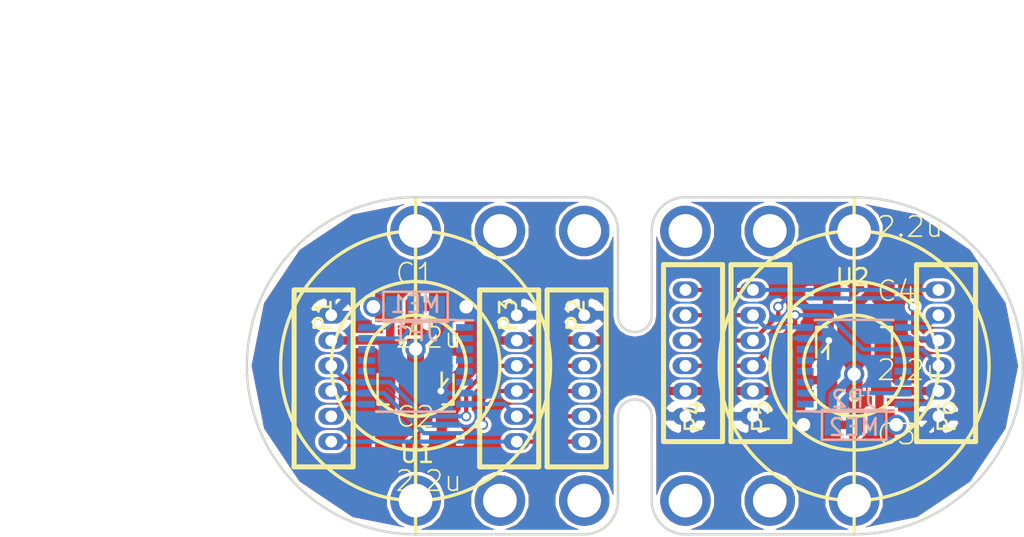
<source format=kicad_pcb>
(kicad_pcb (version 4) (host pcbnew 4.0.6)

  (general
    (links 58)
    (no_connects 0)
    (area -14.849999 -11.2 45.075001 21.200002)
    (thickness 1.6)
    (drawings 33)
    (tracks 188)
    (zones 0)
    (modules 16)
    (nets 17)
  )

  (page A4)
  (layers
    (0 F.Cu signal)
    (31 B.Cu signal)
    (32 B.Adhes user)
    (33 F.Adhes user)
    (34 B.Paste user)
    (35 F.Paste user)
    (36 B.SilkS user)
    (37 F.SilkS user)
    (38 B.Mask user)
    (39 F.Mask user)
    (40 Dwgs.User user)
    (41 Cmts.User user)
    (42 Eco1.User user)
    (43 Eco2.User user)
    (44 Edge.Cuts user)
    (45 Margin user)
    (46 B.CrtYd user)
    (47 F.CrtYd user)
    (48 B.Fab user)
    (49 F.Fab user)
  )

  (setup
    (last_trace_width 0.5)
    (user_trace_width 0.5)
    (user_trace_width 1)
    (trace_clearance 0.2)
    (zone_clearance 0.2)
    (zone_45_only no)
    (trace_min 0.2)
    (segment_width 0.2)
    (edge_width 0.15)
    (via_size 0.6)
    (via_drill 0.4)
    (via_min_size 0.4)
    (via_min_drill 0.3)
    (user_via 1.2 0.8)
    (user_via 3 2)
    (uvia_size 0.3)
    (uvia_drill 0.1)
    (uvias_allowed no)
    (uvia_min_size 0.2)
    (uvia_min_drill 0.1)
    (pcb_text_width 0.3)
    (pcb_text_size 1.5 1.5)
    (mod_edge_width 0.15)
    (mod_text_size 1 1)
    (mod_text_width 0.15)
    (pad_size 1.524 1.524)
    (pad_drill 0.762)
    (pad_to_mask_clearance 0.2)
    (aux_axis_origin 0 0)
    (visible_elements 7FFFFFFF)
    (pcbplotparams
      (layerselection 0x010f0_80000001)
      (usegerberextensions false)
      (excludeedgelayer true)
      (linewidth 0.100000)
      (plotframeref false)
      (viasonmask false)
      (mode 1)
      (useauxorigin false)
      (hpglpennumber 1)
      (hpglpenspeed 20)
      (hpglpendiameter 15)
      (hpglpenoverlay 2)
      (psnegative false)
      (psa4output false)
      (plotreference true)
      (plotvalue true)
      (plotinvisibletext false)
      (padsonsilk false)
      (subtractmaskfromsilk false)
      (outputformat 1)
      (mirror false)
      (drillshape 0)
      (scaleselection 1)
      (outputdirectory ""))
  )

  (net 0 "")
  (net 1 +5V)
  (net 2 GND)
  (net 3 "Net-(JP1-Pad2)")
  (net 4 "Net-(ME1-Pad8)")
  (net 5 "Net-(ME1-Pad9)")
  (net 6 "Net-(ME1-Pad10)")
  (net 7 "Net-(ME1-Pad11)")
  (net 8 "Net-(P1-Pad6)")
  (net 9 "Net-(JP2-Pad2)")
  (net 10 "Net-(ME2-Pad8)")
  (net 11 "Net-(ME2-Pad9)")
  (net 12 "Net-(ME2-Pad10)")
  (net 13 "Net-(ME2-Pad11)")
  (net 14 "Net-(P4-Pad6)")
  (net 15 "Net-(C2-Pad1)")
  (net 16 "Net-(C4-Pad1)")

  (net_class Default "これは標準のネット クラスです。"
    (clearance 0.2)
    (trace_width 0.25)
    (via_dia 0.6)
    (via_drill 0.4)
    (uvia_dia 0.3)
    (uvia_drill 0.1)
    (add_net +5V)
    (add_net GND)
    (add_net "Net-(C2-Pad1)")
    (add_net "Net-(C4-Pad1)")
    (add_net "Net-(JP1-Pad2)")
    (add_net "Net-(JP2-Pad2)")
    (add_net "Net-(ME1-Pad10)")
    (add_net "Net-(ME1-Pad11)")
    (add_net "Net-(ME1-Pad8)")
    (add_net "Net-(ME1-Pad9)")
    (add_net "Net-(ME2-Pad10)")
    (add_net "Net-(ME2-Pad11)")
    (add_net "Net-(ME2-Pad8)")
    (add_net "Net-(ME2-Pad9)")
    (add_net "Net-(P1-Pad6)")
    (add_net "Net-(P4-Pad6)")
  )

  (module RP_KiCAD_Libs:C3216 (layer F.Cu) (tedit 0) (tstamp 59830CBC)
    (at 10 6.5)
    (descr <b>CAPACITOR</b>)
    (path /59831196)
    (fp_text reference C1 (at -1.27 -1.27) (layer F.SilkS)
      (effects (font (size 1.2065 1.2065) (thickness 0.1016)) (justify left bottom))
    )
    (fp_text value 2.2u (at -1.27 2.54) (layer F.SilkS)
      (effects (font (size 1.2065 1.2065) (thickness 0.1016)) (justify left bottom))
    )
    (fp_line (start -0.965 -0.787) (end 0.965 -0.787) (layer Dwgs.User) (width 0.1016))
    (fp_line (start -0.965 0.787) (end 0.965 0.787) (layer Dwgs.User) (width 0.1016))
    (fp_poly (pts (xy -1.7018 0.8509) (xy -0.9517 0.8509) (xy -0.9517 -0.8491) (xy -1.7018 -0.8491)) (layer Dwgs.User) (width 0))
    (fp_poly (pts (xy 0.9517 0.8491) (xy 1.7018 0.8491) (xy 1.7018 -0.8509) (xy 0.9517 -0.8509)) (layer Dwgs.User) (width 0))
    (fp_poly (pts (xy -0.3 0.5001) (xy 0.3 0.5001) (xy 0.3 -0.5001) (xy -0.3 -0.5001)) (layer F.Adhes) (width 0))
    (pad 1 smd rect (at -1.6 0) (size 1.6 1.8) (layers F.Cu F.Paste F.Mask)
      (net 1 +5V))
    (pad 2 smd rect (at 1.6 0) (size 1.6 1.8) (layers F.Cu F.Paste F.Mask)
      (net 2 GND))
    (model Resistors_SMD.3dshapes/R_1206.wrl
      (at (xyz 0 0 0))
      (scale (xyz 1 1 1))
      (rotate (xyz 0 0 0))
    )
  )

  (module RP_KiCAD_Libs:C3216 (layer F.Cu) (tedit 0) (tstamp 59830CC2)
    (at 10 15)
    (descr <b>CAPACITOR</b>)
    (path /598310FC)
    (fp_text reference C2 (at -1.27 -1.27) (layer F.SilkS)
      (effects (font (size 1.2065 1.2065) (thickness 0.1016)) (justify left bottom))
    )
    (fp_text value 2.2u (at -1.27 2.54) (layer F.SilkS)
      (effects (font (size 1.2065 1.2065) (thickness 0.1016)) (justify left bottom))
    )
    (fp_line (start -0.965 -0.787) (end 0.965 -0.787) (layer Dwgs.User) (width 0.1016))
    (fp_line (start -0.965 0.787) (end 0.965 0.787) (layer Dwgs.User) (width 0.1016))
    (fp_poly (pts (xy -1.7018 0.8509) (xy -0.9517 0.8509) (xy -0.9517 -0.8491) (xy -1.7018 -0.8491)) (layer Dwgs.User) (width 0))
    (fp_poly (pts (xy 0.9517 0.8491) (xy 1.7018 0.8491) (xy 1.7018 -0.8509) (xy 0.9517 -0.8509)) (layer Dwgs.User) (width 0))
    (fp_poly (pts (xy -0.3 0.5001) (xy 0.3 0.5001) (xy 0.3 -0.5001) (xy -0.3 -0.5001)) (layer F.Adhes) (width 0))
    (pad 1 smd rect (at -1.6 0) (size 1.6 1.8) (layers F.Cu F.Paste F.Mask)
      (net 15 "Net-(C2-Pad1)"))
    (pad 2 smd rect (at 1.6 0) (size 1.6 1.8) (layers F.Cu F.Paste F.Mask)
      (net 2 GND))
    (model Resistors_SMD.3dshapes/R_1206.wrl
      (at (xyz 0 0 0))
      (scale (xyz 1 1 1))
      (rotate (xyz 0 0 0))
    )
  )

  (module Connect:GS3 (layer B.Cu) (tedit 0) (tstamp 59830CC9)
    (at 10 6.5 270)
    (descr "Pontet Goute de soudure")
    (path /59830D6C)
    (attr virtual)
    (fp_text reference JP1 (at 1.524 0 540) (layer B.SilkS)
      (effects (font (size 1 1) (thickness 0.15)) (justify mirror))
    )
    (fp_text value JUMPER3 (at 1.524 0 540) (layer B.Fab)
      (effects (font (size 1 1) (thickness 0.15)) (justify mirror))
    )
    (fp_line (start -0.889 1.905) (end -0.889 -1.905) (layer B.SilkS) (width 0.15))
    (fp_line (start -0.889 -1.905) (end 0.889 -1.905) (layer B.SilkS) (width 0.15))
    (fp_line (start 0.889 -1.905) (end 0.889 1.905) (layer B.SilkS) (width 0.15))
    (fp_line (start -0.889 1.905) (end 0.889 1.905) (layer B.SilkS) (width 0.15))
    (pad 1 smd rect (at 0 1.27 270) (size 1.27 0.9652) (layers B.Cu B.Paste B.Mask)
      (net 1 +5V))
    (pad 2 smd rect (at 0 0 270) (size 1.27 0.9652) (layers B.Cu B.Paste B.Mask)
      (net 3 "Net-(JP1-Pad2)"))
    (pad 3 smd rect (at 0 -1.27 270) (size 1.27 0.9652) (layers B.Cu B.Paste B.Mask)
      (net 15 "Net-(C2-Pad1)"))
  )

  (module Housings_SSOP:SSOP-16_4.4x5.2mm_Pitch0.65mm (layer B.Cu) (tedit 54130A77) (tstamp 59830CDD)
    (at 10 10 180)
    (descr "SSOP16: plastic shrink small outline package; 16 leads; body width 4.4 mm; (see NXP SSOP-TSSOP-VSO-REFLOW.pdf and sot369-1_po.pdf)")
    (tags "SSOP 0.65")
    (path /59830905)
    (attr smd)
    (fp_text reference ME1 (at 0 3.65 180) (layer B.SilkS)
      (effects (font (size 1 1) (thickness 0.15)) (justify mirror))
    )
    (fp_text value AS504x (at 0 -3.65 180) (layer B.Fab)
      (effects (font (size 1 1) (thickness 0.15)) (justify mirror))
    )
    (fp_line (start -3.65 2.9) (end -3.65 -2.9) (layer B.CrtYd) (width 0.05))
    (fp_line (start 3.65 2.9) (end 3.65 -2.9) (layer B.CrtYd) (width 0.05))
    (fp_line (start -3.65 2.9) (end 3.65 2.9) (layer B.CrtYd) (width 0.05))
    (fp_line (start -3.65 -2.9) (end 3.65 -2.9) (layer B.CrtYd) (width 0.05))
    (fp_line (start -2.325 2.725) (end -2.325 2.7) (layer B.SilkS) (width 0.15))
    (fp_line (start 2.325 2.725) (end 2.325 2.7) (layer B.SilkS) (width 0.15))
    (fp_line (start 2.325 -2.725) (end 2.325 -2.7) (layer B.SilkS) (width 0.15))
    (fp_line (start -2.325 -2.725) (end -2.325 -2.7) (layer B.SilkS) (width 0.15))
    (fp_line (start -2.325 2.725) (end 2.325 2.725) (layer B.SilkS) (width 0.15))
    (fp_line (start -2.325 -2.725) (end 2.325 -2.725) (layer B.SilkS) (width 0.15))
    (fp_line (start -2.325 2.7) (end -3.4 2.7) (layer B.SilkS) (width 0.15))
    (pad 1 smd rect (at -2.9 2.275 180) (size 1 0.4) (layers B.Cu B.Paste B.Mask))
    (pad 2 smd rect (at -2.9 1.625 180) (size 1 0.4) (layers B.Cu B.Paste B.Mask))
    (pad 3 smd rect (at -2.9 0.975 180) (size 1 0.4) (layers B.Cu B.Paste B.Mask))
    (pad 4 smd rect (at -2.9 0.325 180) (size 1 0.4) (layers B.Cu B.Paste B.Mask))
    (pad 5 smd rect (at -2.9 -0.325 180) (size 1 0.4) (layers B.Cu B.Paste B.Mask))
    (pad 6 smd rect (at -2.9 -0.975 180) (size 1 0.4) (layers B.Cu B.Paste B.Mask))
    (pad 7 smd rect (at -2.9 -1.625 180) (size 1 0.4) (layers B.Cu B.Paste B.Mask)
      (net 2 GND))
    (pad 8 smd rect (at -2.9 -2.275 180) (size 1 0.4) (layers B.Cu B.Paste B.Mask)
      (net 4 "Net-(ME1-Pad8)"))
    (pad 9 smd rect (at 2.9 -2.275 180) (size 1 0.4) (layers B.Cu B.Paste B.Mask)
      (net 5 "Net-(ME1-Pad9)"))
    (pad 10 smd rect (at 2.9 -1.625 180) (size 1 0.4) (layers B.Cu B.Paste B.Mask)
      (net 6 "Net-(ME1-Pad10)"))
    (pad 11 smd rect (at 2.9 -0.975 180) (size 1 0.4) (layers B.Cu B.Paste B.Mask)
      (net 7 "Net-(ME1-Pad11)"))
    (pad 12 smd rect (at 2.9 -0.325 180) (size 1 0.4) (layers B.Cu B.Paste B.Mask))
    (pad 13 smd rect (at 2.9 0.325 180) (size 1 0.4) (layers B.Cu B.Paste B.Mask))
    (pad 14 smd rect (at 2.9 0.975 180) (size 1 0.4) (layers B.Cu B.Paste B.Mask))
    (pad 15 smd rect (at 2.9 1.625 180) (size 1 0.4) (layers B.Cu B.Paste B.Mask)
      (net 3 "Net-(JP1-Pad2)"))
    (pad 16 smd rect (at 2.9 2.275 180) (size 1 0.4) (layers B.Cu B.Paste B.Mask)
      (net 1 +5V))
    (model Housings_SSOP.3dshapes/SSOP-16_4.4x5.2mm_Pitch0.65mm.wrl
      (at (xyz 0 0 0))
      (scale (xyz 1 1 1))
      (rotate (xyz 0 0 0))
    )
  )

  (module RP_KiCAD_Connector:ZH_6T (layer F.Cu) (tedit 585B7582) (tstamp 59830CE7)
    (at 5 7 270)
    (path /598308CF)
    (fp_text reference P1 (at 0 0.5 270) (layer F.SilkS)
      (effects (font (size 1 1) (thickness 0.15)))
    )
    (fp_text value CONN_01X06 (at 3.5 1.5 270) (layer F.Fab)
      (effects (font (size 1 1) (thickness 0.15)))
    )
    (fp_line (start -1.5 -1.3) (end 9 -1.3) (layer F.SilkS) (width 0.3))
    (fp_line (start 9 -1.3) (end 9 2.2) (layer F.SilkS) (width 0.3))
    (fp_line (start 9 2.2) (end -1.5 2.2) (layer F.SilkS) (width 0.3))
    (fp_line (start -1.5 2.2) (end -1.5 -1.3) (layer F.SilkS) (width 0.3))
    (pad 1 thru_hole oval (at 0 0 270) (size 1 1.524) (drill 0.7) (layers *.Cu *.Mask)
      (net 2 GND))
    (pad 2 thru_hole oval (at 1.5 0 270) (size 1 1.524) (drill 0.7) (layers *.Cu *.Mask)
      (net 1 +5V))
    (pad 3 thru_hole oval (at 3 0 270) (size 1 1.524) (drill 0.7) (layers *.Cu *.Mask)
      (net 7 "Net-(ME1-Pad11)"))
    (pad 4 thru_hole oval (at 4.5 0 270) (size 1 1.524) (drill 0.7) (layers *.Cu *.Mask)
      (net 6 "Net-(ME1-Pad10)"))
    (pad 5 thru_hole oval (at 6 0 270) (size 1 1.524) (drill 0.7) (layers *.Cu *.Mask)
      (net 5 "Net-(ME1-Pad9)"))
    (pad 6 thru_hole oval (at 7.5 0 270) (size 1 1.524) (drill 0.7) (layers *.Cu *.Mask)
      (net 8 "Net-(P1-Pad6)"))
    (model conn_ZRandZH/ZH_6T.wrl
      (at (xyz 0.148 0.05 0))
      (scale (xyz 4 4 4))
      (rotate (xyz -90 0 180))
    )
  )

  (module RP_KiCAD_Connector:ZH_6T (layer F.Cu) (tedit 585B7582) (tstamp 59830CF1)
    (at 20 7 270)
    (path /59830984)
    (fp_text reference P2 (at 0 0.5 270) (layer F.SilkS)
      (effects (font (size 1 1) (thickness 0.15)))
    )
    (fp_text value CONN_01X06 (at 3.5 1.5 270) (layer F.Fab)
      (effects (font (size 1 1) (thickness 0.15)))
    )
    (fp_line (start -1.5 -1.3) (end 9 -1.3) (layer F.SilkS) (width 0.3))
    (fp_line (start 9 -1.3) (end 9 2.2) (layer F.SilkS) (width 0.3))
    (fp_line (start 9 2.2) (end -1.5 2.2) (layer F.SilkS) (width 0.3))
    (fp_line (start -1.5 2.2) (end -1.5 -1.3) (layer F.SilkS) (width 0.3))
    (pad 1 thru_hole oval (at 0 0 270) (size 1 1.524) (drill 0.7) (layers *.Cu *.Mask)
      (net 2 GND))
    (pad 2 thru_hole oval (at 1.5 0 270) (size 1 1.524) (drill 0.7) (layers *.Cu *.Mask)
      (net 1 +5V))
    (pad 3 thru_hole oval (at 3 0 270) (size 1 1.524) (drill 0.7) (layers *.Cu *.Mask)
      (net 7 "Net-(ME1-Pad11)"))
    (pad 4 thru_hole oval (at 4.5 0 270) (size 1 1.524) (drill 0.7) (layers *.Cu *.Mask)
      (net 6 "Net-(ME1-Pad10)"))
    (pad 5 thru_hole oval (at 6 0 270) (size 1 1.524) (drill 0.7) (layers *.Cu *.Mask)
      (net 4 "Net-(ME1-Pad8)"))
    (pad 6 thru_hole oval (at 7.5 0 270) (size 1 1.524) (drill 0.7) (layers *.Cu *.Mask)
      (net 8 "Net-(P1-Pad6)"))
    (model conn_ZRandZH/ZH_6T.wrl
      (at (xyz 0.148 0.05 0))
      (scale (xyz 4 4 4))
      (rotate (xyz -90 0 180))
    )
  )

  (module RP_KiCAD_Connector:ZH_6T (layer F.Cu) (tedit 585B7582) (tstamp 59830CFB)
    (at 16 7 270)
    (path /59833016)
    (fp_text reference P3 (at 0 0.5 270) (layer F.SilkS)
      (effects (font (size 1 1) (thickness 0.15)))
    )
    (fp_text value CONN_01X06 (at 3.5 1.5 270) (layer F.Fab)
      (effects (font (size 1 1) (thickness 0.15)))
    )
    (fp_line (start -1.5 -1.3) (end 9 -1.3) (layer F.SilkS) (width 0.3))
    (fp_line (start 9 -1.3) (end 9 2.2) (layer F.SilkS) (width 0.3))
    (fp_line (start 9 2.2) (end -1.5 2.2) (layer F.SilkS) (width 0.3))
    (fp_line (start -1.5 2.2) (end -1.5 -1.3) (layer F.SilkS) (width 0.3))
    (pad 1 thru_hole oval (at 0 0 270) (size 1 1.524) (drill 0.7) (layers *.Cu *.Mask)
      (net 2 GND))
    (pad 2 thru_hole oval (at 1.5 0 270) (size 1 1.524) (drill 0.7) (layers *.Cu *.Mask)
      (net 1 +5V))
    (pad 3 thru_hole oval (at 3 0 270) (size 1 1.524) (drill 0.7) (layers *.Cu *.Mask)
      (net 7 "Net-(ME1-Pad11)"))
    (pad 4 thru_hole oval (at 4.5 0 270) (size 1 1.524) (drill 0.7) (layers *.Cu *.Mask)
      (net 6 "Net-(ME1-Pad10)"))
    (pad 5 thru_hole oval (at 6 0 270) (size 1 1.524) (drill 0.7) (layers *.Cu *.Mask)
      (net 4 "Net-(ME1-Pad8)"))
    (pad 6 thru_hole oval (at 7.5 0 270) (size 1 1.524) (drill 0.7) (layers *.Cu *.Mask)
      (net 8 "Net-(P1-Pad6)"))
    (model conn_ZRandZH/ZH_6T.wrl
      (at (xyz 0.148 0.05 0))
      (scale (xyz 4 4 4))
      (rotate (xyz -90 0 180))
    )
  )

  (module TO_SOT_Packages_SMD:SOT89-3_Housing (layer F.Cu) (tedit 0) (tstamp 59830D04)
    (at 10 11 180)
    (descr "SOT89-3, Housing,")
    (tags "SOT89-3, Housing,")
    (path /59830F5D)
    (attr smd)
    (fp_text reference U1 (at -0.09906 -4.24942 180) (layer F.SilkS)
      (effects (font (size 1 1) (thickness 0.15)))
    )
    (fp_text value NCP1117ST33T3G (at -0.20066 4.59994 180) (layer F.Fab)
      (effects (font (size 1 1) (thickness 0.15)))
    )
    (fp_line (start -1.89992 0.20066) (end -1.651 -0.09906) (layer F.SilkS) (width 0.15))
    (fp_line (start -1.651 -0.09906) (end -1.5494 -0.24892) (layer F.SilkS) (width 0.15))
    (fp_line (start -1.5494 -0.24892) (end -1.5494 0.59944) (layer F.SilkS) (width 0.15))
    (fp_line (start -2.25044 -1.30048) (end -2.25044 0.50038) (layer F.SilkS) (width 0.15))
    (fp_line (start -2.25044 -1.30048) (end -1.6002 -1.30048) (layer F.SilkS) (width 0.15))
    (fp_line (start 2.25044 -1.30048) (end 2.25044 0.50038) (layer F.SilkS) (width 0.15))
    (fp_line (start 2.25044 -1.30048) (end 1.6002 -1.30048) (layer F.SilkS) (width 0.15))
    (pad 1 smd rect (at -1.50114 1.85166 180) (size 1.00076 1.50114) (layers F.Cu F.Paste F.Mask)
      (net 2 GND))
    (pad 2 smd rect (at 0 1.85166 180) (size 1.00076 1.50114) (layers F.Cu F.Paste F.Mask)
      (net 15 "Net-(C2-Pad1)"))
    (pad 3 smd rect (at 1.50114 1.85166 180) (size 1.00076 1.50114) (layers F.Cu F.Paste F.Mask)
      (net 1 +5V))
    (pad 2 smd rect (at 0 -1.09982 180) (size 1.99898 2.99974) (layers F.Cu F.Paste F.Mask)
      (net 15 "Net-(C2-Pad1)"))
    (pad 2 smd trapezoid (at 0 0.7493) (size 1.50114 0.7493) (rect_delta 0 0.50038 ) (layers F.Cu F.Paste F.Mask)
      (net 15 "Net-(C2-Pad1)"))
    (model TO_SOT_Packages_SMD.3dshapes/SOT89-3_Housing.wrl
      (at (xyz 0 0 0))
      (scale (xyz 0.3937 0.3937 0.3937))
      (rotate (xyz 0 0 0))
    )
  )

  (module RP_KiCAD_Libs:C3216 (layer F.Cu) (tedit 0) (tstamp 59856D14)
    (at 36 13.5 180)
    (descr <b>CAPACITOR</b>)
    (path /59859581)
    (fp_text reference C3 (at -1.27 -1.27 180) (layer F.SilkS)
      (effects (font (size 1.2065 1.2065) (thickness 0.1016)) (justify left bottom))
    )
    (fp_text value 2.2u (at -1.27 2.54 180) (layer F.SilkS)
      (effects (font (size 1.2065 1.2065) (thickness 0.1016)) (justify left bottom))
    )
    (fp_line (start -0.965 -0.787) (end 0.965 -0.787) (layer Dwgs.User) (width 0.1016))
    (fp_line (start -0.965 0.787) (end 0.965 0.787) (layer Dwgs.User) (width 0.1016))
    (fp_poly (pts (xy -1.7018 0.8509) (xy -0.9517 0.8509) (xy -0.9517 -0.8491) (xy -1.7018 -0.8491)) (layer Dwgs.User) (width 0))
    (fp_poly (pts (xy 0.9517 0.8491) (xy 1.7018 0.8491) (xy 1.7018 -0.8509) (xy 0.9517 -0.8509)) (layer Dwgs.User) (width 0))
    (fp_poly (pts (xy -0.3 0.5001) (xy 0.3 0.5001) (xy 0.3 -0.5001) (xy -0.3 -0.5001)) (layer F.Adhes) (width 0))
    (pad 1 smd rect (at -1.6 0 180) (size 1.6 1.8) (layers F.Cu F.Paste F.Mask)
      (net 1 +5V))
    (pad 2 smd rect (at 1.6 0 180) (size 1.6 1.8) (layers F.Cu F.Paste F.Mask)
      (net 2 GND))
    (model Resistors_SMD.3dshapes/R_1206.wrl
      (at (xyz 0 0 0))
      (scale (xyz 1 1 1))
      (rotate (xyz 0 0 0))
    )
  )

  (module RP_KiCAD_Libs:C3216 (layer F.Cu) (tedit 0) (tstamp 59856D1F)
    (at 36 5 180)
    (descr <b>CAPACITOR</b>)
    (path /5985957B)
    (fp_text reference C4 (at -1.27 -1.27 180) (layer F.SilkS)
      (effects (font (size 1.2065 1.2065) (thickness 0.1016)) (justify left bottom))
    )
    (fp_text value 2.2u (at -1.27 2.54 180) (layer F.SilkS)
      (effects (font (size 1.2065 1.2065) (thickness 0.1016)) (justify left bottom))
    )
    (fp_line (start -0.965 -0.787) (end 0.965 -0.787) (layer Dwgs.User) (width 0.1016))
    (fp_line (start -0.965 0.787) (end 0.965 0.787) (layer Dwgs.User) (width 0.1016))
    (fp_poly (pts (xy -1.7018 0.8509) (xy -0.9517 0.8509) (xy -0.9517 -0.8491) (xy -1.7018 -0.8491)) (layer Dwgs.User) (width 0))
    (fp_poly (pts (xy 0.9517 0.8491) (xy 1.7018 0.8491) (xy 1.7018 -0.8509) (xy 0.9517 -0.8509)) (layer Dwgs.User) (width 0))
    (fp_poly (pts (xy -0.3 0.5001) (xy 0.3 0.5001) (xy 0.3 -0.5001) (xy -0.3 -0.5001)) (layer F.Adhes) (width 0))
    (pad 1 smd rect (at -1.6 0 180) (size 1.6 1.8) (layers F.Cu F.Paste F.Mask)
      (net 16 "Net-(C4-Pad1)"))
    (pad 2 smd rect (at 1.6 0 180) (size 1.6 1.8) (layers F.Cu F.Paste F.Mask)
      (net 2 GND))
    (model Resistors_SMD.3dshapes/R_1206.wrl
      (at (xyz 0 0 0))
      (scale (xyz 1 1 1))
      (rotate (xyz 0 0 0))
    )
  )

  (module Connect:GS3 (layer B.Cu) (tedit 0) (tstamp 59856D2A)
    (at 36 13.5 90)
    (descr "Pontet Goute de soudure")
    (path /5985956F)
    (attr virtual)
    (fp_text reference JP2 (at 1.524 0 360) (layer B.SilkS)
      (effects (font (size 1 1) (thickness 0.15)) (justify mirror))
    )
    (fp_text value JUMPER3 (at 1.524 0 360) (layer B.Fab)
      (effects (font (size 1 1) (thickness 0.15)) (justify mirror))
    )
    (fp_line (start -0.889 1.905) (end -0.889 -1.905) (layer B.SilkS) (width 0.15))
    (fp_line (start -0.889 -1.905) (end 0.889 -1.905) (layer B.SilkS) (width 0.15))
    (fp_line (start 0.889 -1.905) (end 0.889 1.905) (layer B.SilkS) (width 0.15))
    (fp_line (start -0.889 1.905) (end 0.889 1.905) (layer B.SilkS) (width 0.15))
    (pad 1 smd rect (at 0 1.27 90) (size 1.27 0.9652) (layers B.Cu B.Paste B.Mask)
      (net 1 +5V))
    (pad 2 smd rect (at 0 0 90) (size 1.27 0.9652) (layers B.Cu B.Paste B.Mask)
      (net 9 "Net-(JP2-Pad2)"))
    (pad 3 smd rect (at 0 -1.27 90) (size 1.27 0.9652) (layers B.Cu B.Paste B.Mask)
      (net 16 "Net-(C4-Pad1)"))
  )

  (module Housings_SSOP:SSOP-16_4.4x5.2mm_Pitch0.65mm (layer B.Cu) (tedit 54130A77) (tstamp 59856D49)
    (at 36 10)
    (descr "SSOP16: plastic shrink small outline package; 16 leads; body width 4.4 mm; (see NXP SSOP-TSSOP-VSO-REFLOW.pdf and sot369-1_po.pdf)")
    (tags "SSOP 0.65")
    (path /59859556)
    (attr smd)
    (fp_text reference ME2 (at 0 3.65) (layer B.SilkS)
      (effects (font (size 1 1) (thickness 0.15)) (justify mirror))
    )
    (fp_text value AS504x (at 0 -3.65) (layer B.Fab)
      (effects (font (size 1 1) (thickness 0.15)) (justify mirror))
    )
    (fp_line (start -3.65 2.9) (end -3.65 -2.9) (layer B.CrtYd) (width 0.05))
    (fp_line (start 3.65 2.9) (end 3.65 -2.9) (layer B.CrtYd) (width 0.05))
    (fp_line (start -3.65 2.9) (end 3.65 2.9) (layer B.CrtYd) (width 0.05))
    (fp_line (start -3.65 -2.9) (end 3.65 -2.9) (layer B.CrtYd) (width 0.05))
    (fp_line (start -2.325 2.725) (end -2.325 2.7) (layer B.SilkS) (width 0.15))
    (fp_line (start 2.325 2.725) (end 2.325 2.7) (layer B.SilkS) (width 0.15))
    (fp_line (start 2.325 -2.725) (end 2.325 -2.7) (layer B.SilkS) (width 0.15))
    (fp_line (start -2.325 -2.725) (end -2.325 -2.7) (layer B.SilkS) (width 0.15))
    (fp_line (start -2.325 2.725) (end 2.325 2.725) (layer B.SilkS) (width 0.15))
    (fp_line (start -2.325 -2.725) (end 2.325 -2.725) (layer B.SilkS) (width 0.15))
    (fp_line (start -2.325 2.7) (end -3.4 2.7) (layer B.SilkS) (width 0.15))
    (pad 1 smd rect (at -2.9 2.275) (size 1 0.4) (layers B.Cu B.Paste B.Mask))
    (pad 2 smd rect (at -2.9 1.625) (size 1 0.4) (layers B.Cu B.Paste B.Mask))
    (pad 3 smd rect (at -2.9 0.975) (size 1 0.4) (layers B.Cu B.Paste B.Mask))
    (pad 4 smd rect (at -2.9 0.325) (size 1 0.4) (layers B.Cu B.Paste B.Mask))
    (pad 5 smd rect (at -2.9 -0.325) (size 1 0.4) (layers B.Cu B.Paste B.Mask))
    (pad 6 smd rect (at -2.9 -0.975) (size 1 0.4) (layers B.Cu B.Paste B.Mask))
    (pad 7 smd rect (at -2.9 -1.625) (size 1 0.4) (layers B.Cu B.Paste B.Mask)
      (net 2 GND))
    (pad 8 smd rect (at -2.9 -2.275) (size 1 0.4) (layers B.Cu B.Paste B.Mask)
      (net 10 "Net-(ME2-Pad8)"))
    (pad 9 smd rect (at 2.9 -2.275) (size 1 0.4) (layers B.Cu B.Paste B.Mask)
      (net 11 "Net-(ME2-Pad9)"))
    (pad 10 smd rect (at 2.9 -1.625) (size 1 0.4) (layers B.Cu B.Paste B.Mask)
      (net 12 "Net-(ME2-Pad10)"))
    (pad 11 smd rect (at 2.9 -0.975) (size 1 0.4) (layers B.Cu B.Paste B.Mask)
      (net 13 "Net-(ME2-Pad11)"))
    (pad 12 smd rect (at 2.9 -0.325) (size 1 0.4) (layers B.Cu B.Paste B.Mask))
    (pad 13 smd rect (at 2.9 0.325) (size 1 0.4) (layers B.Cu B.Paste B.Mask))
    (pad 14 smd rect (at 2.9 0.975) (size 1 0.4) (layers B.Cu B.Paste B.Mask))
    (pad 15 smd rect (at 2.9 1.625) (size 1 0.4) (layers B.Cu B.Paste B.Mask)
      (net 9 "Net-(JP2-Pad2)"))
    (pad 16 smd rect (at 2.9 2.275) (size 1 0.4) (layers B.Cu B.Paste B.Mask)
      (net 1 +5V))
    (model Housings_SSOP.3dshapes/SSOP-16_4.4x5.2mm_Pitch0.65mm.wrl
      (at (xyz 0 0 0))
      (scale (xyz 1 1 1))
      (rotate (xyz 0 0 0))
    )
  )

  (module RP_KiCAD_Connector:ZH_6T (layer F.Cu) (tedit 585B7582) (tstamp 59856D57)
    (at 26 13 90)
    (path /598595CB)
    (fp_text reference P4 (at 0 0.5 90) (layer F.SilkS)
      (effects (font (size 1 1) (thickness 0.15)))
    )
    (fp_text value CONN_01X06 (at 3.5 1.5 90) (layer F.Fab)
      (effects (font (size 1 1) (thickness 0.15)))
    )
    (fp_line (start -1.5 -1.3) (end 9 -1.3) (layer F.SilkS) (width 0.3))
    (fp_line (start 9 -1.3) (end 9 2.2) (layer F.SilkS) (width 0.3))
    (fp_line (start 9 2.2) (end -1.5 2.2) (layer F.SilkS) (width 0.3))
    (fp_line (start -1.5 2.2) (end -1.5 -1.3) (layer F.SilkS) (width 0.3))
    (pad 1 thru_hole oval (at 0 0 90) (size 1 1.524) (drill 0.7) (layers *.Cu *.Mask)
      (net 2 GND))
    (pad 2 thru_hole oval (at 1.5 0 90) (size 1 1.524) (drill 0.7) (layers *.Cu *.Mask)
      (net 1 +5V))
    (pad 3 thru_hole oval (at 3 0 90) (size 1 1.524) (drill 0.7) (layers *.Cu *.Mask)
      (net 13 "Net-(ME2-Pad11)"))
    (pad 4 thru_hole oval (at 4.5 0 90) (size 1 1.524) (drill 0.7) (layers *.Cu *.Mask)
      (net 12 "Net-(ME2-Pad10)"))
    (pad 5 thru_hole oval (at 6 0 90) (size 1 1.524) (drill 0.7) (layers *.Cu *.Mask)
      (net 10 "Net-(ME2-Pad8)"))
    (pad 6 thru_hole oval (at 7.5 0 90) (size 1 1.524) (drill 0.7) (layers *.Cu *.Mask)
      (net 14 "Net-(P4-Pad6)"))
    (model conn_ZRandZH/ZH_6T.wrl
      (at (xyz 0.148 0.05 0))
      (scale (xyz 4 4 4))
      (rotate (xyz -90 0 180))
    )
  )

  (module RP_KiCAD_Connector:ZH_6T (layer F.Cu) (tedit 585B7582) (tstamp 59856D65)
    (at 30 13 90)
    (path /5985955C)
    (fp_text reference P5 (at 0 0.5 90) (layer F.SilkS)
      (effects (font (size 1 1) (thickness 0.15)))
    )
    (fp_text value CONN_01X06 (at 3.5 1.5 90) (layer F.Fab)
      (effects (font (size 1 1) (thickness 0.15)))
    )
    (fp_line (start -1.5 -1.3) (end 9 -1.3) (layer F.SilkS) (width 0.3))
    (fp_line (start 9 -1.3) (end 9 2.2) (layer F.SilkS) (width 0.3))
    (fp_line (start 9 2.2) (end -1.5 2.2) (layer F.SilkS) (width 0.3))
    (fp_line (start -1.5 2.2) (end -1.5 -1.3) (layer F.SilkS) (width 0.3))
    (pad 1 thru_hole oval (at 0 0 90) (size 1 1.524) (drill 0.7) (layers *.Cu *.Mask)
      (net 2 GND))
    (pad 2 thru_hole oval (at 1.5 0 90) (size 1 1.524) (drill 0.7) (layers *.Cu *.Mask)
      (net 1 +5V))
    (pad 3 thru_hole oval (at 3 0 90) (size 1 1.524) (drill 0.7) (layers *.Cu *.Mask)
      (net 13 "Net-(ME2-Pad11)"))
    (pad 4 thru_hole oval (at 4.5 0 90) (size 1 1.524) (drill 0.7) (layers *.Cu *.Mask)
      (net 12 "Net-(ME2-Pad10)"))
    (pad 5 thru_hole oval (at 6 0 90) (size 1 1.524) (drill 0.7) (layers *.Cu *.Mask)
      (net 10 "Net-(ME2-Pad8)"))
    (pad 6 thru_hole oval (at 7.5 0 90) (size 1 1.524) (drill 0.7) (layers *.Cu *.Mask)
      (net 14 "Net-(P4-Pad6)"))
    (model conn_ZRandZH/ZH_6T.wrl
      (at (xyz 0.148 0.05 0))
      (scale (xyz 4 4 4))
      (rotate (xyz -90 0 180))
    )
  )

  (module RP_KiCAD_Connector:ZH_6T (layer F.Cu) (tedit 585B7582) (tstamp 59856D73)
    (at 41 13 90)
    (path /59859550)
    (fp_text reference P6 (at 0 0.5 90) (layer F.SilkS)
      (effects (font (size 1 1) (thickness 0.15)))
    )
    (fp_text value CONN_01X06 (at 3.5 1.5 90) (layer F.Fab)
      (effects (font (size 1 1) (thickness 0.15)))
    )
    (fp_line (start -1.5 -1.3) (end 9 -1.3) (layer F.SilkS) (width 0.3))
    (fp_line (start 9 -1.3) (end 9 2.2) (layer F.SilkS) (width 0.3))
    (fp_line (start 9 2.2) (end -1.5 2.2) (layer F.SilkS) (width 0.3))
    (fp_line (start -1.5 2.2) (end -1.5 -1.3) (layer F.SilkS) (width 0.3))
    (pad 1 thru_hole oval (at 0 0 90) (size 1 1.524) (drill 0.7) (layers *.Cu *.Mask)
      (net 2 GND))
    (pad 2 thru_hole oval (at 1.5 0 90) (size 1 1.524) (drill 0.7) (layers *.Cu *.Mask)
      (net 1 +5V))
    (pad 3 thru_hole oval (at 3 0 90) (size 1 1.524) (drill 0.7) (layers *.Cu *.Mask)
      (net 13 "Net-(ME2-Pad11)"))
    (pad 4 thru_hole oval (at 4.5 0 90) (size 1 1.524) (drill 0.7) (layers *.Cu *.Mask)
      (net 12 "Net-(ME2-Pad10)"))
    (pad 5 thru_hole oval (at 6 0 90) (size 1 1.524) (drill 0.7) (layers *.Cu *.Mask)
      (net 11 "Net-(ME2-Pad9)"))
    (pad 6 thru_hole oval (at 7.5 0 90) (size 1 1.524) (drill 0.7) (layers *.Cu *.Mask)
      (net 14 "Net-(P4-Pad6)"))
    (model conn_ZRandZH/ZH_6T.wrl
      (at (xyz 0.148 0.05 0))
      (scale (xyz 4 4 4))
      (rotate (xyz -90 0 180))
    )
  )

  (module TO_SOT_Packages_SMD:SOT89-3_Housing (layer F.Cu) (tedit 0) (tstamp 59856D83)
    (at 36 9)
    (descr "SOT89-3, Housing,")
    (tags "SOT89-3, Housing,")
    (path /59859575)
    (attr smd)
    (fp_text reference U2 (at -0.09906 -4.24942) (layer F.SilkS)
      (effects (font (size 1 1) (thickness 0.15)))
    )
    (fp_text value NCP1117ST33T3G (at -0.20066 4.59994) (layer F.Fab)
      (effects (font (size 1 1) (thickness 0.15)))
    )
    (fp_line (start -1.89992 0.20066) (end -1.651 -0.09906) (layer F.SilkS) (width 0.15))
    (fp_line (start -1.651 -0.09906) (end -1.5494 -0.24892) (layer F.SilkS) (width 0.15))
    (fp_line (start -1.5494 -0.24892) (end -1.5494 0.59944) (layer F.SilkS) (width 0.15))
    (fp_line (start -2.25044 -1.30048) (end -2.25044 0.50038) (layer F.SilkS) (width 0.15))
    (fp_line (start -2.25044 -1.30048) (end -1.6002 -1.30048) (layer F.SilkS) (width 0.15))
    (fp_line (start 2.25044 -1.30048) (end 2.25044 0.50038) (layer F.SilkS) (width 0.15))
    (fp_line (start 2.25044 -1.30048) (end 1.6002 -1.30048) (layer F.SilkS) (width 0.15))
    (pad 1 smd rect (at -1.50114 1.85166) (size 1.00076 1.50114) (layers F.Cu F.Paste F.Mask)
      (net 2 GND))
    (pad 2 smd rect (at 0 1.85166) (size 1.00076 1.50114) (layers F.Cu F.Paste F.Mask)
      (net 16 "Net-(C4-Pad1)"))
    (pad 3 smd rect (at 1.50114 1.85166) (size 1.00076 1.50114) (layers F.Cu F.Paste F.Mask)
      (net 1 +5V))
    (pad 2 smd rect (at 0 -1.09982) (size 1.99898 2.99974) (layers F.Cu F.Paste F.Mask)
      (net 16 "Net-(C4-Pad1)"))
    (pad 2 smd trapezoid (at 0 0.7493 180) (size 1.50114 0.7493) (rect_delta 0 0.50038 ) (layers F.Cu F.Paste F.Mask)
      (net 16 "Net-(C4-Pad1)"))
    (model TO_SOT_Packages_SMD.3dshapes/SOT89-3_Housing.wrl
      (at (xyz 0 0 0))
      (scale (xyz 0.3937 0.3937 0.3937))
      (rotate (xyz 0 0 0))
    )
  )

  (gr_arc (start 23 7) (end 24 7) (angle 90) (layer Edge.Cuts) (width 0.15))
  (gr_arc (start 23 7) (end 23 8) (angle 90) (layer Edge.Cuts) (width 0.15))
  (gr_arc (start 23 13) (end 23 12) (angle 90) (layer Edge.Cuts) (width 0.15))
  (gr_arc (start 23 13) (end 22 13) (angle 90) (layer Edge.Cuts) (width 0.15))
  (gr_circle (center 36 10) (end 33 10) (layer F.SilkS) (width 0.2))
  (gr_circle (center 10 10) (end 13 10) (layer F.SilkS) (width 0.2))
  (gr_circle (center 36 10) (end 41 10) (layer F.SilkS) (width 0.2))
  (gr_circle (center 10 10) (end 15 10) (layer F.SilkS) (width 0.2))
  (dimension 5 (width 0.3) (layer Dwgs.User)
    (gr_text "5.000 mm" (at 18.5 -6.35) (layer Dwgs.User)
      (effects (font (size 1.5 1.5) (thickness 0.3)))
    )
    (feature1 (pts (xy 21 2) (xy 21 -7.7)))
    (feature2 (pts (xy 16 2) (xy 16 -7.7)))
    (crossbar (pts (xy 16 -5) (xy 21 -5)))
    (arrow1a (pts (xy 21 -5) (xy 19.873496 -4.413579)))
    (arrow1b (pts (xy 21 -5) (xy 19.873496 -5.586421)))
    (arrow2a (pts (xy 16 -5) (xy 17.126504 -4.413579)))
    (arrow2b (pts (xy 16 -5) (xy 17.126504 -5.586421)))
  )
  (dimension 5 (width 0.3) (layer Dwgs.User)
    (gr_text "5.000 mm" (at 12.5 -3.85) (layer Dwgs.User)
      (effects (font (size 1.5 1.5) (thickness 0.3)))
    )
    (feature1 (pts (xy 15 2) (xy 15 -5.2)))
    (feature2 (pts (xy 10 2) (xy 10 -5.2)))
    (crossbar (pts (xy 10 -2.5) (xy 15 -2.5)))
    (arrow1a (pts (xy 15 -2.5) (xy 13.873496 -1.913579)))
    (arrow1b (pts (xy 15 -2.5) (xy 13.873496 -3.086421)))
    (arrow2a (pts (xy 10 -2.5) (xy 11.126504 -1.913579)))
    (arrow2b (pts (xy 10 -2.5) (xy 11.126504 -3.086421)))
  )
  (dimension 22 (width 0.3) (layer Dwgs.User)
    (gr_text "22.000 mm" (at 11 -9.85) (layer Dwgs.User)
      (effects (font (size 1.5 1.5) (thickness 0.3)))
    )
    (feature1 (pts (xy 0 10) (xy 0 -11.2)))
    (feature2 (pts (xy 22 10) (xy 22 -11.2)))
    (crossbar (pts (xy 22 -8.5) (xy 0 -8.5)))
    (arrow1a (pts (xy 0 -8.5) (xy 1.126504 -9.086421)))
    (arrow1b (pts (xy 0 -8.5) (xy 1.126504 -7.913579)))
    (arrow2a (pts (xy 22 -8.5) (xy 20.873496 -9.086421)))
    (arrow2b (pts (xy 22 -8.5) (xy 20.873496 -7.913579)))
  )
  (dimension 20 (width 0.3) (layer Dwgs.User)
    (gr_text "20.000 mm" (at -8.35 10 270) (layer Dwgs.User)
      (effects (font (size 1.5 1.5) (thickness 0.3)))
    )
    (feature1 (pts (xy 10 20) (xy -9.7 20)))
    (feature2 (pts (xy 10 0) (xy -9.7 0)))
    (crossbar (pts (xy -7 0) (xy -7 20)))
    (arrow1a (pts (xy -7 20) (xy -7.586421 18.873496)))
    (arrow1b (pts (xy -7 20) (xy -6.413579 18.873496)))
    (arrow2a (pts (xy -7 0) (xy -7.586421 1.126504)))
    (arrow2b (pts (xy -7 0) (xy -6.413579 1.126504)))
  )
  (dimension 16 (width 0.3) (layer Dwgs.User)
    (gr_text "16.000 mm" (at -4.85 10 270) (layer Dwgs.User)
      (effects (font (size 1.5 1.5) (thickness 0.3)))
    )
    (feature1 (pts (xy 10 18) (xy -6.2 18)))
    (feature2 (pts (xy 10 2) (xy -6.2 2)))
    (crossbar (pts (xy -3.5 2) (xy -3.5 18)))
    (arrow1a (pts (xy -3.5 18) (xy -4.086421 16.873496)))
    (arrow1b (pts (xy -3.5 18) (xy -2.913579 16.873496)))
    (arrow2a (pts (xy -3.5 2) (xy -4.086421 3.126504)))
    (arrow2b (pts (xy -3.5 2) (xy -2.913579 3.126504)))
  )
  (gr_line (start 20 0) (end 10 0) (angle 90) (layer Edge.Cuts) (width 0.15))
  (gr_line (start 26 0) (end 36 0) (angle 90) (layer Edge.Cuts) (width 0.15))
  (gr_line (start 24 7) (end 24 2) (angle 90) (layer Edge.Cuts) (width 0.15))
  (gr_line (start 22 2) (end 22 7) (angle 90) (layer Edge.Cuts) (width 0.15))
  (gr_line (start 24 13) (end 24 18) (angle 90) (layer Edge.Cuts) (width 0.15))
  (gr_line (start 22 18) (end 22 13) (angle 90) (layer Edge.Cuts) (width 0.15))
  (gr_line (start 20 20) (end 10 20) (angle 90) (layer Edge.Cuts) (width 0.15))
  (gr_line (start 36 20) (end 26 20) (angle 90) (layer Edge.Cuts) (width 0.15))
  (gr_arc (start 26 18) (end 26 20) (angle 90) (layer Edge.Cuts) (width 0.15))
  (gr_arc (start 20 18) (end 22 18) (angle 90) (layer Edge.Cuts) (width 0.15))
  (gr_arc (start 26 2) (end 24 2) (angle 90) (layer Edge.Cuts) (width 0.15))
  (gr_arc (start 20 2) (end 20 0) (angle 90) (layer Edge.Cuts) (width 0.15))
  (gr_arc (start 10 10) (end 10 20) (angle 90) (layer Edge.Cuts) (width 0.15))
  (gr_arc (start 10 10) (end 0 10) (angle 90) (layer Edge.Cuts) (width 0.15))
  (gr_arc (start 36 10) (end 46 10) (angle 90) (layer Edge.Cuts) (width 0.15))
  (gr_arc (start 36 10) (end 36 0) (angle 90) (layer Edge.Cuts) (width 0.15))
  (gr_circle (center 36 10) (end 36 2) (layer F.SilkS) (width 0.2))
  (gr_circle (center 10 10) (end 10 2) (layer F.SilkS) (width 0.2))
  (gr_line (start 10 0) (end 10 20) (angle 90) (layer F.SilkS) (width 0.2))
  (gr_line (start 36 0) (end 36 20) (angle 90) (layer F.SilkS) (width 0.2))

  (via (at 31 2) (size 3) (drill 2) (layers F.Cu B.Cu) (net 0))
  (via (at 31 18) (size 3) (drill 2) (layers F.Cu B.Cu) (net 0))
  (via (at 15 18) (size 3) (drill 2) (layers F.Cu B.Cu) (net 0))
  (via (at 15 2) (size 3) (drill 2) (layers F.Cu B.Cu) (net 0))
  (via (at 26 18) (size 3) (drill 2) (layers F.Cu B.Cu) (net 0))
  (via (at 26 2) (size 3) (drill 2) (layers F.Cu B.Cu) (net 0))
  (via (at 20 2) (size 3) (drill 2) (layers F.Cu B.Cu) (net 0))
  (via (at 20 18) (size 3) (drill 2) (layers F.Cu B.Cu) (net 0))
  (via (at 10 18) (size 3) (drill 2) (layers F.Cu B.Cu) (net 0))
  (via (at 10 2) (size 3) (drill 2) (layers F.Cu B.Cu) (net 0))
  (via (at 36 18) (size 3) (drill 2) (layers F.Cu B.Cu) (net 0))
  (via (at 36 2) (size 3) (drill 2) (layers F.Cu B.Cu) (net 0))
  (segment (start 24 10) (end 22 10) (width 0.5) (layer F.Cu) (net 1))
  (segment (start 21 8.5) (end 21.5 9) (width 0.5) (layer F.Cu) (net 1) (tstamp 59857AC2))
  (segment (start 21.5 9) (end 21.5 9.5) (width 0.5) (layer F.Cu) (net 1) (tstamp 59857AC3))
  (segment (start 21.5 9.5) (end 22 10) (width 0.5) (layer F.Cu) (net 1) (tstamp 59857AC4))
  (segment (start 20 8.5) (end 21 8.5) (width 0.5) (layer F.Cu) (net 1))
  (segment (start 24.5 11) (end 25 11.5) (width 0.5) (layer F.Cu) (net 1) (tstamp 59857AC8))
  (segment (start 24.5 10.5) (end 24.5 11) (width 0.5) (layer F.Cu) (net 1) (tstamp 59857AC7))
  (segment (start 24 10) (end 24.5 10.5) (width 0.5) (layer F.Cu) (net 1) (tstamp 59857AC6))
  (segment (start 25 11.5) (end 26 11.5) (width 0.5) (layer F.Cu) (net 1) (tstamp 59857AC9))
  (segment (start 8.73 6.5) (end 7.5 6.5) (width 0.5) (layer B.Cu) (net 1))
  (segment (start 37.6 13.5) (end 38.5 13.5) (width 0.5) (layer F.Cu) (net 1))
  (segment (start 38.5 13.5) (end 37.27 13.5) (width 0.5) (layer B.Cu) (net 1) (tstamp 59857A47))
  (via (at 38.5 13.5) (size 1.2) (drill 0.8) (layers F.Cu B.Cu) (net 1))
  (segment (start 8.4 6.5) (end 7.5 6.5) (width 0.5) (layer F.Cu) (net 1))
  (via (at 7.5 6.5) (size 1.2) (drill 0.8) (layers F.Cu B.Cu) (net 1))
  (segment (start 7.5 6.5) (end 8 6.5) (width 0.5) (layer B.Cu) (net 1) (tstamp 59857A3C))
  (segment (start 7.1 7.725) (end 8.275 7.725) (width 0.25) (layer B.Cu) (net 1))
  (segment (start 8.73 7.27) (end 8.73 6.5) (width 0.25) (layer B.Cu) (net 1) (tstamp 598579AB))
  (segment (start 8.275 7.725) (end 8.73 7.27) (width 0.25) (layer B.Cu) (net 1) (tstamp 598579AA))
  (segment (start 8.49886 9.14834) (end 8.49886 6.59886) (width 0.5) (layer F.Cu) (net 1))
  (segment (start 8.49886 6.59886) (end 8.4 6.5) (width 0.5) (layer F.Cu) (net 1) (tstamp 59857956))
  (segment (start 16 8.5) (end 15 8.5) (width 0.5) (layer F.Cu) (net 1))
  (segment (start 9.9 5) (end 8.4 6.5) (width 0.5) (layer F.Cu) (net 1) (tstamp 59857934))
  (segment (start 14 5) (end 9.9 5) (width 0.5) (layer F.Cu) (net 1) (tstamp 59857933))
  (segment (start 14.5 5.5) (end 14 5) (width 0.5) (layer F.Cu) (net 1) (tstamp 59857932))
  (segment (start 14.5 8) (end 14.5 5.5) (width 0.5) (layer F.Cu) (net 1) (tstamp 59857931))
  (segment (start 15 8.5) (end 14.5 8) (width 0.5) (layer F.Cu) (net 1) (tstamp 59857930))
  (segment (start 8.49886 9.14834) (end 7.85052 8.5) (width 0.5) (layer F.Cu) (net 1))
  (segment (start 7.85052 8.5) (end 5 8.5) (width 0.5) (layer F.Cu) (net 1) (tstamp 5985792D))
  (segment (start 8.4 9.04948) (end 8.49886 9.14834) (width 0.5) (layer F.Cu) (net 1) (tstamp 5985792A))
  (segment (start 16 8.5) (end 20 8.5) (width 0.5) (layer F.Cu) (net 1))
  (segment (start 37.6 13.5) (end 36.1 15) (width 0.5) (layer F.Cu) (net 1))
  (segment (start 31 11.5) (end 30 11.5) (width 0.5) (layer F.Cu) (net 1) (tstamp 59857610))
  (segment (start 31.5 12) (end 31 11.5) (width 0.5) (layer F.Cu) (net 1) (tstamp 5985760F))
  (segment (start 31.5 14.5) (end 31.5 12) (width 0.5) (layer F.Cu) (net 1) (tstamp 5985760E))
  (segment (start 32 15) (end 31.5 14.5) (width 0.5) (layer F.Cu) (net 1) (tstamp 5985760D))
  (segment (start 36.1 15) (end 32 15) (width 0.5) (layer F.Cu) (net 1) (tstamp 5985760C))
  (segment (start 37.6 13.5) (end 37.50114 13.40114) (width 0.5) (layer F.Cu) (net 1))
  (segment (start 37.50114 13.40114) (end 37.50114 10.85166) (width 0.5) (layer F.Cu) (net 1) (tstamp 598575A5))
  (segment (start 37.50114 10.85166) (end 38.14948 11.5) (width 0.5) (layer F.Cu) (net 1))
  (segment (start 38.14948 11.5) (end 41 11.5) (width 0.5) (layer F.Cu) (net 1) (tstamp 5985758B))
  (segment (start 26 11.5) (end 30 11.5) (width 0.5) (layer F.Cu) (net 1))
  (segment (start 38.9 12.275) (end 40.225 12.275) (width 0.25) (layer B.Cu) (net 1))
  (segment (start 40.225 12.275) (end 41 11.5) (width 0.25) (layer B.Cu) (net 1) (tstamp 59857119))
  (segment (start 22 10) (end 24 10) (width 0.5) (layer B.Cu) (net 2))
  (segment (start 21 7) (end 21.5 7.5) (width 0.5) (layer B.Cu) (net 2) (tstamp 59857AB8))
  (segment (start 21.5 7.5) (end 21.5 9.5) (width 0.5) (layer B.Cu) (net 2) (tstamp 59857AB9))
  (segment (start 21.5 9.5) (end 22 10) (width 0.5) (layer B.Cu) (net 2) (tstamp 59857ABA))
  (segment (start 24 10) (end 24.5 10.5) (width 0.5) (layer B.Cu) (net 2) (tstamp 59857ABC))
  (segment (start 24.5 10.5) (end 24.5 12.5) (width 0.5) (layer B.Cu) (net 2) (tstamp 59857ABD))
  (segment (start 24.5 12.5) (end 25 13) (width 0.5) (layer B.Cu) (net 2) (tstamp 59857ABE))
  (segment (start 26 13) (end 25 13) (width 0.5) (layer B.Cu) (net 2) (tstamp 59857ABF))
  (segment (start 21 7) (end 20 7) (width 0.5) (layer B.Cu) (net 2))
  (segment (start 33.1 8.375) (end 34.375 8.375) (width 0.25) (layer B.Cu) (net 2))
  (via (at 34.5 8.5) (size 0.6) (drill 0.4) (layers F.Cu B.Cu) (net 2))
  (segment (start 34.375 8.375) (end 34.5 8.5) (width 0.25) (layer B.Cu) (net 2) (tstamp 59857A27))
  (segment (start 34.5 8.5) (end 34.49886 8.5) (width 0.25) (layer F.Cu) (net 2) (tstamp 59857A29))
  (segment (start 34.49886 8.5) (end 34.5 8.5) (width 0.25) (layer F.Cu) (net 2) (tstamp 59857A2A))
  (segment (start 34.5 8.5) (end 34.49886 8.5) (width 0.25) (layer F.Cu) (net 2) (tstamp 59857A2C))
  (segment (start 34.4 5) (end 34.49886 5.09886) (width 0.5) (layer F.Cu) (net 2))
  (segment (start 34.49886 5.09886) (end 34.49886 8.5) (width 0.5) (layer F.Cu) (net 2) (tstamp 59857A24))
  (segment (start 34.49886 8.5) (end 34.49886 10.85166) (width 0.5) (layer F.Cu) (net 2) (tstamp 59857A2D))
  (segment (start 12.9 11.625) (end 11.625 11.625) (width 0.25) (layer B.Cu) (net 2))
  (via (at 11.5 11.5) (size 0.6) (drill 0.4) (layers F.Cu B.Cu) (net 2))
  (segment (start 11.625 11.625) (end 11.5 11.5) (width 0.25) (layer B.Cu) (net 2) (tstamp 59857A1A))
  (segment (start 11.5 11.5) (end 11.50114 11.5) (width 0.25) (layer F.Cu) (net 2) (tstamp 59857A1C))
  (segment (start 11.50114 11.5) (end 11.5 11.5) (width 0.25) (layer F.Cu) (net 2) (tstamp 59857A1D))
  (segment (start 11.5 11.5) (end 11.50114 11.5) (width 0.25) (layer F.Cu) (net 2) (tstamp 59857A1F))
  (segment (start 11.6 15) (end 11.50114 14.90114) (width 0.5) (layer F.Cu) (net 2))
  (segment (start 11.50114 14.90114) (end 11.50114 11.5) (width 0.5) (layer F.Cu) (net 2) (tstamp 59857996))
  (segment (start 11.50114 11.5) (end 11.50114 9.14834) (width 0.5) (layer F.Cu) (net 2) (tstamp 59857A20))
  (segment (start 30 13) (end 30.5 13.5) (width 0.5) (layer B.Cu) (net 2))
  (segment (start 30.5 13.5) (end 33 13.5) (width 0.5) (layer B.Cu) (net 2) (tstamp 5985797F))
  (segment (start 33 13.5) (end 33 14.5) (width 0.5) (layer B.Cu) (net 2))
  (segment (start 33 14.5) (end 33.5 15) (width 0.5) (layer B.Cu) (net 2) (tstamp 59857978))
  (segment (start 33.5 15) (end 34.5 15) (width 0.5) (layer B.Cu) (net 2) (tstamp 59857979))
  (segment (start 34.5 15) (end 39 15) (width 0.5) (layer B.Cu) (net 2) (tstamp 598575E6))
  (segment (start 41 13) (end 39 15) (width 0.5) (layer B.Cu) (net 2) (tstamp 598575DA))
  (via (at 33 13.5) (size 1.2) (drill 0.8) (layers F.Cu B.Cu) (net 2))
  (segment (start 33 13.5) (end 34.4 13.5) (width 0.5) (layer F.Cu) (net 2))
  (segment (start 13 6.5) (end 13 5.5) (width 0.5) (layer B.Cu) (net 2))
  (segment (start 7 5) (end 5 7) (width 0.5) (layer B.Cu) (net 2) (tstamp 59857970))
  (segment (start 12.5 5) (end 7 5) (width 0.5) (layer B.Cu) (net 2) (tstamp 5985796F))
  (segment (start 13 5.5) (end 12.5 5) (width 0.5) (layer B.Cu) (net 2) (tstamp 5985796E))
  (segment (start 16 7) (end 15.5 6.5) (width 0.5) (layer B.Cu) (net 2))
  (segment (start 13 6.5) (end 11.6 6.5) (width 0.5) (layer F.Cu) (net 2) (tstamp 5985795F))
  (via (at 13 6.5) (size 1.2) (drill 0.8) (layers F.Cu B.Cu) (net 2))
  (segment (start 15.5 6.5) (end 13 6.5) (width 0.5) (layer B.Cu) (net 2) (tstamp 5985795D))
  (segment (start 11.6 6.5) (end 11.50114 6.59886) (width 0.5) (layer F.Cu) (net 2))
  (segment (start 11.50114 6.59886) (end 11.50114 9.14834) (width 0.5) (layer F.Cu) (net 2) (tstamp 59857937))
  (segment (start 20 7) (end 16 7) (width 0.5) (layer F.Cu) (net 2))
  (segment (start 34.49886 10.85166) (end 34.49886 13.40114) (width 0.5) (layer F.Cu) (net 2))
  (segment (start 34.49886 13.40114) (end 34.4 13.5) (width 0.5) (layer F.Cu) (net 2) (tstamp 59857605))
  (segment (start 30 13) (end 26 13) (width 0.5) (layer F.Cu) (net 2))
  (segment (start 10 6.5) (end 10 7.5) (width 0.25) (layer B.Cu) (net 3))
  (segment (start 9.125 8.375) (end 7.1 8.375) (width 0.25) (layer B.Cu) (net 3) (tstamp 598579A7))
  (segment (start 10 7.5) (end 9.125 8.375) (width 0.25) (layer B.Cu) (net 3) (tstamp 598579A6))
  (segment (start 12.9 12.275) (end 15.275 12.275) (width 0.25) (layer B.Cu) (net 4))
  (segment (start 15.275 12.275) (end 16 13) (width 0.25) (layer B.Cu) (net 4) (tstamp 5985798D))
  (segment (start 16 13) (end 20 13) (width 0.25) (layer F.Cu) (net 4))
  (segment (start 5 13) (end 5.725 12.275) (width 0.25) (layer B.Cu) (net 5))
  (segment (start 5.725 12.275) (end 7.1 12.275) (width 0.25) (layer B.Cu) (net 5) (tstamp 5985798A))
  (segment (start 16 11.5) (end 14.5 11.5) (width 0.25) (layer F.Cu) (net 6))
  (segment (start 8.125 11.625) (end 7.1 11.625) (width 0.25) (layer B.Cu) (net 6) (tstamp 59857A16))
  (segment (start 10.5 14) (end 8.125 11.625) (width 0.25) (layer B.Cu) (net 6) (tstamp 59857A14))
  (segment (start 13.5 14) (end 10.5 14) (width 0.25) (layer B.Cu) (net 6) (tstamp 59857A13))
  (segment (start 14 13.5) (end 13.5 14) (width 0.25) (layer B.Cu) (net 6) (tstamp 59857A12))
  (via (at 14 13.5) (size 0.6) (drill 0.4) (layers F.Cu B.Cu) (net 6))
  (segment (start 14 12) (end 14 13.5) (width 0.25) (layer F.Cu) (net 6) (tstamp 59857A10))
  (segment (start 14.5 11.5) (end 14 12) (width 0.25) (layer F.Cu) (net 6) (tstamp 59857A0F))
  (segment (start 5 11.5) (end 5.125 11.625) (width 0.25) (layer B.Cu) (net 6))
  (segment (start 5.125 11.625) (end 7.1 11.625) (width 0.25) (layer B.Cu) (net 6) (tstamp 59857990))
  (segment (start 20 11.5) (end 16 11.5) (width 0.25) (layer F.Cu) (net 6))
  (segment (start 7.1 10.975) (end 8.475 10.975) (width 0.25) (layer B.Cu) (net 7))
  (segment (start 14.5 10) (end 16 10) (width 0.25) (layer F.Cu) (net 7) (tstamp 59857A0B))
  (segment (start 13 11.5) (end 14.5 10) (width 0.25) (layer F.Cu) (net 7) (tstamp 59857A09))
  (segment (start 13 13) (end 13 11.5) (width 0.25) (layer F.Cu) (net 7) (tstamp 59857A08))
  (via (at 13 13) (size 0.6) (drill 0.4) (layers F.Cu B.Cu) (net 7))
  (segment (start 10.5 13) (end 13 13) (width 0.25) (layer B.Cu) (net 7) (tstamp 59857A05))
  (segment (start 8.475 10.975) (end 10.5 13) (width 0.25) (layer B.Cu) (net 7) (tstamp 59857A03))
  (segment (start 7.1 10.975) (end 5.975 10.975) (width 0.25) (layer B.Cu) (net 7))
  (segment (start 5.975 10.975) (end 5 10) (width 0.25) (layer B.Cu) (net 7) (tstamp 59857993))
  (segment (start 16 10) (end 20 10) (width 0.25) (layer F.Cu) (net 7))
  (segment (start 16 14.5) (end 5 14.5) (width 0.25) (layer B.Cu) (net 8))
  (segment (start 20 14.5) (end 16 14.5) (width 0.25) (layer F.Cu) (net 8))
  (segment (start 36 12) (end 36 14) (width 0.25) (layer B.Cu) (net 9) (tstamp 59857245))
  (segment (start 36.375 11.625) (end 36 12) (width 0.25) (layer B.Cu) (net 9) (tstamp 59857244))
  (segment (start 38.9 11.625) (end 36.375 11.625) (width 0.25) (layer B.Cu) (net 9))
  (segment (start 33.1 7.725) (end 30.725 7.725) (width 0.25) (layer B.Cu) (net 10))
  (segment (start 30.725 7.725) (end 30 7) (width 0.25) (layer B.Cu) (net 10) (tstamp 598579D3))
  (segment (start 30 7) (end 26 7) (width 0.25) (layer F.Cu) (net 10))
  (segment (start 40.275 7.725) (end 38.9 7.725) (width 0.25) (layer B.Cu) (net 11) (tstamp 5985730D))
  (segment (start 38.725 7.725) (end 38.9 7.725) (width 0.25) (layer B.Cu) (net 11) (tstamp 5985722C))
  (segment (start 41 7) (end 40.275 7.725) (width 0.25) (layer B.Cu) (net 11))
  (segment (start 31.5 6.5) (end 32 6) (width 0.25) (layer B.Cu) (net 12))
  (segment (start 39 6) (end 39.5 6.5) (width 0.25) (layer B.Cu) (net 12) (tstamp 598579E6))
  (segment (start 32 6) (end 39 6) (width 0.25) (layer B.Cu) (net 12) (tstamp 598579E5))
  (segment (start 30 8.5) (end 31.5 7) (width 0.25) (layer F.Cu) (net 12))
  (segment (start 40 8.5) (end 41 8.5) (width 0.25) (layer F.Cu) (net 12) (tstamp 598579DD))
  (via (at 39.5 6.5) (size 0.6) (drill 0.4) (layers F.Cu B.Cu) (net 12))
  (segment (start 39.5 6.5) (end 39.5 8) (width 0.25) (layer F.Cu) (net 12) (tstamp 598579DB))
  (segment (start 39.5 8) (end 40 8.5) (width 0.25) (layer F.Cu) (net 12) (tstamp 598579DC))
  (via (at 31.5 6.5) (size 0.6) (drill 0.4) (layers F.Cu B.Cu) (net 12))
  (segment (start 31.5 7) (end 31.5 6.5) (width 0.25) (layer F.Cu) (net 12) (tstamp 598579D6))
  (segment (start 38.9 8.375) (end 40.875 8.375) (width 0.25) (layer B.Cu) (net 12))
  (segment (start 26 8.5) (end 30 8.5) (width 0.25) (layer F.Cu) (net 12))
  (segment (start 40.875 8.375) (end 41 8.5) (width 0.25) (layer B.Cu) (net 12) (tstamp 5985710A))
  (segment (start 32.5 7) (end 34.5 7) (width 0.25) (layer B.Cu) (net 13))
  (segment (start 38.9 9.025) (end 36.525 9.025) (width 0.25) (layer B.Cu) (net 13))
  (segment (start 36.525 9.025) (end 34.5 7) (width 0.25) (layer B.Cu) (net 13) (tstamp 598579F8))
  (segment (start 32.5 7.5) (end 32.5 7) (width 0.25) (layer F.Cu) (net 13) (tstamp 598579E9))
  (segment (start 30 10) (end 32.5 7.5) (width 0.25) (layer F.Cu) (net 13))
  (via (at 32.5 7) (size 0.6) (drill 0.4) (layers F.Cu B.Cu) (net 13))
  (segment (start 38.9 9.025) (end 40.025 9.025) (width 0.25) (layer B.Cu) (net 13))
  (segment (start 40.025 9.025) (end 41 10) (width 0.25) (layer B.Cu) (net 13) (tstamp 59857185))
  (segment (start 30 10) (end 26 10) (width 0.25) (layer F.Cu) (net 13))
  (segment (start 41 5.5) (end 30 5.5) (width 0.25) (layer B.Cu) (net 14))
  (segment (start 26 5.5) (end 30 5.5) (width 0.25) (layer F.Cu) (net 14))
  (segment (start 11.27 6.5) (end 11.27 7.73) (width 0.5) (layer B.Cu) (net 15))
  (segment (start 10 9) (end 10 9.14834) (width 0.5) (layer F.Cu) (net 15) (tstamp 598579A2))
  (via (at 10 9) (size 1.2) (drill 0.8) (layers F.Cu B.Cu) (net 15))
  (segment (start 11.27 7.73) (end 10 9) (width 0.5) (layer B.Cu) (net 15) (tstamp 598579A0))
  (segment (start 10 10.2507) (end 10 9.14834) (width 0.5) (layer F.Cu) (net 15))
  (segment (start 10 12.09982) (end 10 10.2507) (width 0.5) (layer F.Cu) (net 15))
  (segment (start 8.4 15) (end 10 13.4) (width 0.5) (layer F.Cu) (net 15))
  (segment (start 10 13.4) (end 10 12.09982) (width 0.5) (layer F.Cu) (net 15) (tstamp 59857999))
  (segment (start 36 7.90018) (end 36 9.7493) (width 0.5) (layer F.Cu) (net 16))
  (segment (start 34.73 13.5) (end 34.73 11.77) (width 0.5) (layer B.Cu) (net 16))
  (segment (start 34.73 11.77) (end 36 10.5) (width 0.5) (layer B.Cu) (net 16) (tstamp 59857620))
  (segment (start 36 10.5) (end 36 10.85166) (width 0.5) (layer F.Cu) (net 16) (tstamp 59857622))
  (via (at 36 10.5) (size 1.2) (drill 0.8) (layers F.Cu B.Cu) (net 16))
  (segment (start 37.6 5) (end 36 6.6) (width 0.5) (layer F.Cu) (net 16))
  (segment (start 36 6.6) (end 36 7.90018) (width 0.5) (layer F.Cu) (net 16) (tstamp 59857580))
  (segment (start 36 11) (end 36 10.7493) (width 0.25) (layer F.Cu) (net 16) (tstamp 59857266))
  (segment (start 36 10.7493) (end 36 8.90018) (width 0.25) (layer F.Cu) (net 16))
  (segment (start 36 11.85166) (end 36 10.7493) (width 0.25) (layer F.Cu) (net 16))

  (zone (net 2) (net_name GND) (layer F.Cu) (tstamp 59857B98) (hatch edge 0.508)
    (connect_pads (clearance 0.2))
    (min_thickness 0.026)
    (fill yes (arc_segments 16) (thermal_gap 0.508) (thermal_bridge_width 0.508))
    (polygon
      (pts
        (xy 46 20) (xy 0 20) (xy 0 0) (xy 46 0)
      )
    )
    (filled_polygon
      (pts
        (xy 14.030931 0.546942) (xy 13.548636 1.028396) (xy 13.287298 1.657768) (xy 13.286703 2.339242) (xy 13.546942 2.969069)
        (xy 14.028396 3.451364) (xy 14.657768 3.712702) (xy 15.339242 3.713297) (xy 15.969069 3.453058) (xy 16.451364 2.971604)
        (xy 16.712702 2.342232) (xy 16.713297 1.660758) (xy 16.453058 1.030931) (xy 15.971604 0.548636) (xy 15.343923 0.288)
        (xy 19.657619 0.288) (xy 19.030931 0.546942) (xy 18.548636 1.028396) (xy 18.287298 1.657768) (xy 18.286703 2.339242)
        (xy 18.546942 2.969069) (xy 19.028396 3.451364) (xy 19.657768 3.712702) (xy 20.339242 3.713297) (xy 20.969069 3.453058)
        (xy 21.451364 2.971604) (xy 21.712 2.343923) (xy 21.712 7) (xy 21.717534 7.027821) (xy 21.717534 7.056186)
        (xy 21.793654 7.438869) (xy 21.836657 7.542687) (xy 22.05343 7.867111) (xy 22.132889 7.94657) (xy 22.457313 8.163343)
        (xy 22.561131 8.206346) (xy 22.943812 8.282466) (xy 23.056186 8.282466) (xy 23.438869 8.206346) (xy 23.542687 8.163343)
        (xy 23.867111 7.94657) (xy 23.94657 7.867111) (xy 24.163343 7.542687) (xy 24.206346 7.438869) (xy 24.282466 7.056186)
        (xy 24.282466 7.027821) (xy 24.288 7) (xy 25.005899 7) (xy 25.060173 7.272853) (xy 25.214732 7.504167)
        (xy 25.446046 7.658726) (xy 25.718899 7.713) (xy 26.281101 7.713) (xy 26.553954 7.658726) (xy 26.785268 7.504167)
        (xy 26.896297 7.338) (xy 29.103703 7.338) (xy 29.214732 7.504167) (xy 29.446046 7.658726) (xy 29.718899 7.713)
        (xy 30.281101 7.713) (xy 30.315922 7.706074) (xy 30.234996 7.787) (xy 29.718899 7.787) (xy 29.446046 7.841274)
        (xy 29.214732 7.995833) (xy 29.103703 8.162) (xy 26.896297 8.162) (xy 26.785268 7.995833) (xy 26.553954 7.841274)
        (xy 26.281101 7.787) (xy 25.718899 7.787) (xy 25.446046 7.841274) (xy 25.214732 7.995833) (xy 25.060173 8.227147)
        (xy 25.005899 8.5) (xy 25.060173 8.772853) (xy 25.214732 9.004167) (xy 25.446046 9.158726) (xy 25.718899 9.213)
        (xy 26.281101 9.213) (xy 26.553954 9.158726) (xy 26.785268 9.004167) (xy 26.896297 8.838) (xy 29.103703 8.838)
        (xy 29.214732 9.004167) (xy 29.446046 9.158726) (xy 29.718899 9.213) (xy 30.281101 9.213) (xy 30.315922 9.206074)
        (xy 30.234996 9.287) (xy 29.718899 9.287) (xy 29.446046 9.341274) (xy 29.214732 9.495833) (xy 29.103703 9.662)
        (xy 26.896297 9.662) (xy 26.785268 9.495833) (xy 26.553954 9.341274) (xy 26.281101 9.287) (xy 25.718899 9.287)
        (xy 25.446046 9.341274) (xy 25.214732 9.495833) (xy 25.060173 9.727147) (xy 25.005899 10) (xy 25.060173 10.272853)
        (xy 25.214732 10.504167) (xy 25.446046 10.658726) (xy 25.718899 10.713) (xy 26.281101 10.713) (xy 26.553954 10.658726)
        (xy 26.785268 10.504167) (xy 26.896297 10.338) (xy 29.103703 10.338) (xy 29.214732 10.504167) (xy 29.446046 10.658726)
        (xy 29.718899 10.713) (xy 30.281101 10.713) (xy 30.553954 10.658726) (xy 30.785268 10.504167) (xy 30.939827 10.272853)
        (xy 30.994101 10) (xy 30.993595 9.997456) (xy 33.47748 9.997456) (xy 33.47748 10.48041) (xy 33.60773 10.61066)
        (xy 34.25786 10.61066) (xy 34.25786 9.71034) (xy 34.12761 9.58009) (xy 33.894847 9.58009) (xy 33.703358 9.659407)
        (xy 33.556798 9.805967) (xy 33.47748 9.997456) (xy 30.993595 9.997456) (xy 30.939827 9.727147) (xy 30.864136 9.613868)
        (xy 32.739002 7.739002) (xy 32.812271 7.629347) (xy 32.838 7.5) (xy 32.838 7.387448) (xy 32.934646 7.29097)
        (xy 33.01291 7.10249) (xy 33.013089 6.898406) (xy 32.935154 6.709789) (xy 32.79097 6.565354) (xy 32.60249 6.48709)
        (xy 32.398406 6.486911) (xy 32.209789 6.564846) (xy 32.065354 6.70903) (xy 31.98709 6.89751) (xy 31.986911 7.101594)
        (xy 32.064846 7.290211) (xy 32.148243 7.373753) (xy 30.987175 8.534821) (xy 30.994101 8.5) (xy 30.939827 8.227147)
        (xy 30.864136 8.113868) (xy 31.739002 7.239002) (xy 31.812271 7.129347) (xy 31.838 7) (xy 31.838 6.887448)
        (xy 31.934646 6.79097) (xy 32.01291 6.60249) (xy 32.013089 6.398406) (xy 31.935154 6.209789) (xy 31.79097 6.065354)
        (xy 31.60249 5.98709) (xy 31.398406 5.986911) (xy 31.209789 6.064846) (xy 31.065354 6.20903) (xy 30.98709 6.39751)
        (xy 30.986911 6.601594) (xy 31.064846 6.790211) (xy 31.148243 6.873753) (xy 30.987175 7.034821) (xy 30.994101 7)
        (xy 30.939827 6.727147) (xy 30.785268 6.495833) (xy 30.553954 6.341274) (xy 30.281101 6.287) (xy 29.718899 6.287)
        (xy 29.446046 6.341274) (xy 29.214732 6.495833) (xy 29.103703 6.662) (xy 26.896297 6.662) (xy 26.785268 6.495833)
        (xy 26.553954 6.341274) (xy 26.281101 6.287) (xy 25.718899 6.287) (xy 25.446046 6.341274) (xy 25.214732 6.495833)
        (xy 25.060173 6.727147) (xy 25.005899 7) (xy 24.288 7) (xy 24.288 5.5) (xy 25.005899 5.5)
        (xy 25.060173 5.772853) (xy 25.214732 6.004167) (xy 25.446046 6.158726) (xy 25.718899 6.213) (xy 26.281101 6.213)
        (xy 26.553954 6.158726) (xy 26.785268 6.004167) (xy 26.896297 5.838) (xy 29.103703 5.838) (xy 29.214732 6.004167)
        (xy 29.446046 6.158726) (xy 29.718899 6.213) (xy 30.281101 6.213) (xy 30.553954 6.158726) (xy 30.785268 6.004167)
        (xy 30.939827 5.772853) (xy 30.994101 5.5) (xy 30.968491 5.37125) (xy 33.079 5.37125) (xy 33.079 6.003634)
        (xy 33.158318 6.195123) (xy 33.304878 6.341683) (xy 33.496367 6.421) (xy 34.02875 6.421) (xy 34.159 6.29075)
        (xy 34.159 5.241) (xy 33.20925 5.241) (xy 33.079 5.37125) (xy 30.968491 5.37125) (xy 30.939827 5.227147)
        (xy 30.785268 4.995833) (xy 30.553954 4.841274) (xy 30.281101 4.787) (xy 29.718899 4.787) (xy 29.446046 4.841274)
        (xy 29.214732 4.995833) (xy 29.103703 5.162) (xy 26.896297 5.162) (xy 26.785268 4.995833) (xy 26.553954 4.841274)
        (xy 26.281101 4.787) (xy 25.718899 4.787) (xy 25.446046 4.841274) (xy 25.214732 4.995833) (xy 25.060173 5.227147)
        (xy 25.005899 5.5) (xy 24.288 5.5) (xy 24.288 3.996366) (xy 33.079 3.996366) (xy 33.079 4.62875)
        (xy 33.20925 4.759) (xy 34.159 4.759) (xy 34.159 3.70925) (xy 34.641 3.70925) (xy 34.641 4.759)
        (xy 35.59075 4.759) (xy 35.721 4.62875) (xy 35.721 3.996366) (xy 35.641682 3.804877) (xy 35.495122 3.658317)
        (xy 35.303633 3.579) (xy 34.77125 3.579) (xy 34.641 3.70925) (xy 34.159 3.70925) (xy 34.02875 3.579)
        (xy 33.496367 3.579) (xy 33.304878 3.658317) (xy 33.158318 3.804877) (xy 33.079 3.996366) (xy 24.288 3.996366)
        (xy 24.288 2.342381) (xy 24.546942 2.969069) (xy 25.028396 3.451364) (xy 25.657768 3.712702) (xy 26.339242 3.713297)
        (xy 26.969069 3.453058) (xy 27.451364 2.971604) (xy 27.712702 2.342232) (xy 27.713297 1.660758) (xy 27.453058 1.030931)
        (xy 26.971604 0.548636) (xy 26.343923 0.288) (xy 30.657619 0.288) (xy 30.030931 0.546942) (xy 29.548636 1.028396)
        (xy 29.287298 1.657768) (xy 29.286703 2.339242) (xy 29.546942 2.969069) (xy 30.028396 3.451364) (xy 30.657768 3.712702)
        (xy 31.339242 3.713297) (xy 31.969069 3.453058) (xy 32.451364 2.971604) (xy 32.712702 2.342232) (xy 32.713297 1.660758)
        (xy 32.453058 1.030931) (xy 31.971604 0.548636) (xy 31.343923 0.288) (xy 35.657619 0.288) (xy 35.030931 0.546942)
        (xy 34.548636 1.028396) (xy 34.287298 1.657768) (xy 34.286703 2.339242) (xy 34.546942 2.969069) (xy 35.028396 3.451364)
        (xy 35.657768 3.712702) (xy 36.339242 3.713297) (xy 36.969069 3.453058) (xy 37.451364 2.971604) (xy 37.712702 2.342232)
        (xy 37.713297 1.660758) (xy 37.453058 1.030931) (xy 36.971604 0.548636) (xy 36.686246 0.430145) (xy 39.714462 1.032495)
        (xy 42.863433 3.13657) (xy 44.967505 6.285539) (xy 45.706358 10) (xy 44.967505 13.714461) (xy 42.863433 16.86343)
        (xy 39.714462 18.967505) (xy 36.68654 19.569797) (xy 36.969069 19.453058) (xy 37.451364 18.971604) (xy 37.712702 18.342232)
        (xy 37.713297 17.660758) (xy 37.453058 17.030931) (xy 36.971604 16.548636) (xy 36.342232 16.287298) (xy 35.660758 16.286703)
        (xy 35.030931 16.546942) (xy 34.548636 17.028396) (xy 34.287298 17.657768) (xy 34.286703 18.339242) (xy 34.546942 18.969069)
        (xy 35.028396 19.451364) (xy 35.656077 19.712) (xy 31.342381 19.712) (xy 31.969069 19.453058) (xy 32.451364 18.971604)
        (xy 32.712702 18.342232) (xy 32.713297 17.660758) (xy 32.453058 17.030931) (xy 31.971604 16.548636) (xy 31.342232 16.287298)
        (xy 30.660758 16.286703) (xy 30.030931 16.546942) (xy 29.548636 17.028396) (xy 29.287298 17.657768) (xy 29.286703 18.339242)
        (xy 29.546942 18.969069) (xy 30.028396 19.451364) (xy 30.656077 19.712) (xy 26.342381 19.712) (xy 26.969069 19.453058)
        (xy 27.451364 18.971604) (xy 27.712702 18.342232) (xy 27.713297 17.660758) (xy 27.453058 17.030931) (xy 26.971604 16.548636)
        (xy 26.342232 16.287298) (xy 25.660758 16.286703) (xy 25.030931 16.546942) (xy 24.548636 17.028396) (xy 24.288 17.656077)
        (xy 24.288 13.393239) (xy 24.795767 13.393239) (xy 24.922336 13.618571) (xy 25.221142 13.883626) (xy 25.598635 14.014157)
        (xy 25.759 13.893223) (xy 25.759 13.241) (xy 26.241 13.241) (xy 26.241 13.893223) (xy 26.401365 14.014157)
        (xy 26.778858 13.883626) (xy 27.077664 13.618571) (xy 27.204233 13.393239) (xy 28.795767 13.393239) (xy 28.922336 13.618571)
        (xy 29.221142 13.883626) (xy 29.598635 14.014157) (xy 29.759 13.893223) (xy 29.759 13.241) (xy 28.880472 13.241)
        (xy 28.795767 13.393239) (xy 27.204233 13.393239) (xy 27.119528 13.241) (xy 26.241 13.241) (xy 25.759 13.241)
        (xy 24.880472 13.241) (xy 24.795767 13.393239) (xy 24.288 13.393239) (xy 24.288 13) (xy 24.282466 12.972179)
        (xy 24.282466 12.943814) (xy 24.206346 12.561131) (xy 24.163343 12.457313) (xy 24.163342 12.457312) (xy 23.94657 12.132889)
        (xy 23.867111 12.05343) (xy 23.542687 11.836657) (xy 23.438869 11.793654) (xy 23.056186 11.717534) (xy 22.943812 11.717534)
        (xy 22.561131 11.793654) (xy 22.457313 11.836657) (xy 22.132889 12.05343) (xy 22.05343 12.132889) (xy 21.836658 12.457312)
        (xy 21.836657 12.457313) (xy 21.793654 12.561131) (xy 21.717534 12.943814) (xy 21.717534 12.972179) (xy 21.712 13)
        (xy 21.712 17.657619) (xy 21.453058 17.030931) (xy 20.971604 16.548636) (xy 20.342232 16.287298) (xy 19.660758 16.286703)
        (xy 19.030931 16.546942) (xy 18.548636 17.028396) (xy 18.287298 17.657768) (xy 18.286703 18.339242) (xy 18.546942 18.969069)
        (xy 19.028396 19.451364) (xy 19.656077 19.712) (xy 15.342381 19.712) (xy 15.969069 19.453058) (xy 16.451364 18.971604)
        (xy 16.712702 18.342232) (xy 16.713297 17.660758) (xy 16.453058 17.030931) (xy 15.971604 16.548636) (xy 15.342232 16.287298)
        (xy 14.660758 16.286703) (xy 14.030931 16.546942) (xy 13.548636 17.028396) (xy 13.287298 17.657768) (xy 13.286703 18.339242)
        (xy 13.546942 18.969069) (xy 14.028396 19.451364) (xy 14.656077 19.712) (xy 10.342381 19.712) (xy 10.969069 19.453058)
        (xy 11.451364 18.971604) (xy 11.712702 18.342232) (xy 11.713297 17.660758) (xy 11.453058 17.030931) (xy 10.971604 16.548636)
        (xy 10.342232 16.287298) (xy 9.660758 16.286703) (xy 9.030931 16.546942) (xy 8.548636 17.028396) (xy 8.287298 17.657768)
        (xy 8.286703 18.339242) (xy 8.546942 18.969069) (xy 9.028396 19.451364) (xy 9.313754 19.569855) (xy 6.285539 18.967505)
        (xy 3.13657 16.863433) (xy 1.557375 14.5) (xy 4.005899 14.5) (xy 4.060173 14.772853) (xy 4.214732 15.004167)
        (xy 4.446046 15.158726) (xy 4.718899 15.213) (xy 5.281101 15.213) (xy 5.553954 15.158726) (xy 5.785268 15.004167)
        (xy 5.939827 14.772853) (xy 5.994101 14.5) (xy 5.939827 14.227147) (xy 5.785268 13.995833) (xy 5.553954 13.841274)
        (xy 5.281101 13.787) (xy 4.718899 13.787) (xy 4.446046 13.841274) (xy 4.214732 13.995833) (xy 4.060173 14.227147)
        (xy 4.005899 14.5) (xy 1.557375 14.5) (xy 1.032495 13.714462) (xy 0.89038 13) (xy 4.005899 13)
        (xy 4.060173 13.272853) (xy 4.214732 13.504167) (xy 4.446046 13.658726) (xy 4.718899 13.713) (xy 5.281101 13.713)
        (xy 5.553954 13.658726) (xy 5.785268 13.504167) (xy 5.939827 13.272853) (xy 5.994101 13) (xy 5.939827 12.727147)
        (xy 5.785268 12.495833) (xy 5.553954 12.341274) (xy 5.281101 12.287) (xy 4.718899 12.287) (xy 4.446046 12.341274)
        (xy 4.214732 12.495833) (xy 4.060173 12.727147) (xy 4.005899 13) (xy 0.89038 13) (xy 0.592011 11.5)
        (xy 4.005899 11.5) (xy 4.060173 11.772853) (xy 4.214732 12.004167) (xy 4.446046 12.158726) (xy 4.718899 12.213)
        (xy 5.281101 12.213) (xy 5.553954 12.158726) (xy 5.785268 12.004167) (xy 5.939827 11.772853) (xy 5.994101 11.5)
        (xy 5.939827 11.227147) (xy 5.785268 10.995833) (xy 5.553954 10.841274) (xy 5.281101 10.787) (xy 4.718899 10.787)
        (xy 4.446046 10.841274) (xy 4.214732 10.995833) (xy 4.060173 11.227147) (xy 4.005899 11.5) (xy 0.592011 11.5)
        (xy 0.293642 10) (xy 4.005899 10) (xy 4.060173 10.272853) (xy 4.214732 10.504167) (xy 4.446046 10.658726)
        (xy 4.718899 10.713) (xy 5.281101 10.713) (xy 5.553954 10.658726) (xy 5.785268 10.504167) (xy 5.939827 10.272853)
        (xy 5.994101 10) (xy 5.939827 9.727147) (xy 5.785268 9.495833) (xy 5.553954 9.341274) (xy 5.281101 9.287)
        (xy 4.718899 9.287) (xy 4.446046 9.341274) (xy 4.214732 9.495833) (xy 4.060173 9.727147) (xy 4.005899 10)
        (xy 0.293642 10) (xy 0.812159 7.393239) (xy 3.795767 7.393239) (xy 3.922336 7.618571) (xy 4.221142 7.883626)
        (xy 4.32758 7.920431) (xy 4.214732 7.995833) (xy 4.060173 8.227147) (xy 4.005899 8.5) (xy 4.060173 8.772853)
        (xy 4.214732 9.004167) (xy 4.446046 9.158726) (xy 4.718899 9.213) (xy 5.281101 9.213) (xy 5.553954 9.158726)
        (xy 5.785268 9.004167) (xy 5.812775 8.963) (xy 7.65874 8.963) (xy 7.781308 9.085568) (xy 7.781308 9.89891)
        (xy 7.79616 9.977843) (xy 7.842809 10.050338) (xy 7.913988 10.098972) (xy 7.99848 10.116082) (xy 8.99924 10.116082)
        (xy 9.078173 10.10123) (xy 9.095581 10.090028) (xy 8.866497 10.433073) (xy 8.849082 10.444279) (xy 8.800448 10.515458)
        (xy 8.783338 10.59995) (xy 8.783338 10.615621) (xy 8.782151 10.61935) (xy 8.783338 10.626176) (xy 8.783338 13.59969)
        (xy 8.79819 13.678623) (xy 8.844839 13.751118) (xy 8.916018 13.799752) (xy 8.940508 13.804711) (xy 8.862392 13.882828)
        (xy 7.6 13.882828) (xy 7.521067 13.89768) (xy 7.448572 13.944329) (xy 7.399938 14.015508) (xy 7.382828 14.1)
        (xy 7.382828 15.9) (xy 7.39768 15.978933) (xy 7.444329 16.051428) (xy 7.515508 16.100062) (xy 7.6 16.117172)
        (xy 9.2 16.117172) (xy 9.278933 16.10232) (xy 9.351428 16.055671) (xy 9.400062 15.984492) (xy 9.417172 15.9)
        (xy 9.417172 15.37125) (xy 10.279 15.37125) (xy 10.279 16.003634) (xy 10.358318 16.195123) (xy 10.504878 16.341683)
        (xy 10.696367 16.421) (xy 11.22875 16.421) (xy 11.359 16.29075) (xy 11.359 15.241) (xy 11.841 15.241)
        (xy 11.841 16.29075) (xy 11.97125 16.421) (xy 12.503633 16.421) (xy 12.695122 16.341683) (xy 12.841682 16.195123)
        (xy 12.921 16.003634) (xy 12.921 15.37125) (xy 12.79075 15.241) (xy 11.841 15.241) (xy 11.359 15.241)
        (xy 10.40925 15.241) (xy 10.279 15.37125) (xy 9.417172 15.37125) (xy 9.417172 14.637608) (xy 10.237919 13.816862)
        (xy 10.353354 13.816862) (xy 10.279 13.996366) (xy 10.279 14.62875) (xy 10.40925 14.759) (xy 11.359 14.759)
        (xy 11.359 13.70925) (xy 11.841 13.70925) (xy 11.841 14.759) (xy 12.79075 14.759) (xy 12.921 14.62875)
        (xy 12.921 14.5) (xy 15.005899 14.5) (xy 15.060173 14.772853) (xy 15.214732 15.004167) (xy 15.446046 15.158726)
        (xy 15.718899 15.213) (xy 16.281101 15.213) (xy 16.553954 15.158726) (xy 16.785268 15.004167) (xy 16.896297 14.838)
        (xy 19.103703 14.838) (xy 19.214732 15.004167) (xy 19.446046 15.158726) (xy 19.718899 15.213) (xy 20.281101 15.213)
        (xy 20.553954 15.158726) (xy 20.785268 15.004167) (xy 20.939827 14.772853) (xy 20.994101 14.5) (xy 20.939827 14.227147)
        (xy 20.785268 13.995833) (xy 20.553954 13.841274) (xy 20.281101 13.787) (xy 19.718899 13.787) (xy 19.446046 13.841274)
        (xy 19.214732 13.995833) (xy 19.103703 14.162) (xy 16.896297 14.162) (xy 16.785268 13.995833) (xy 16.553954 13.841274)
        (xy 16.281101 13.787) (xy 15.718899 13.787) (xy 15.446046 13.841274) (xy 15.214732 13.995833) (xy 15.060173 14.227147)
        (xy 15.005899 14.5) (xy 12.921 14.5) (xy 12.921 13.996366) (xy 12.841682 13.804877) (xy 12.695122 13.658317)
        (xy 12.55818 13.601594) (xy 13.486911 13.601594) (xy 13.564846 13.790211) (xy 13.70903 13.934646) (xy 13.89751 14.01291)
        (xy 14.101594 14.013089) (xy 14.290211 13.935154) (xy 14.434646 13.79097) (xy 14.51291 13.60249) (xy 14.513089 13.398406)
        (xy 14.435154 13.209789) (xy 14.338 13.112466) (xy 14.338 13) (xy 15.005899 13) (xy 15.060173 13.272853)
        (xy 15.214732 13.504167) (xy 15.446046 13.658726) (xy 15.718899 13.713) (xy 16.281101 13.713) (xy 16.553954 13.658726)
        (xy 16.785268 13.504167) (xy 16.896297 13.338) (xy 19.103703 13.338) (xy 19.214732 13.504167) (xy 19.446046 13.658726)
        (xy 19.718899 13.713) (xy 20.281101 13.713) (xy 20.553954 13.658726) (xy 20.785268 13.504167) (xy 20.939827 13.272853)
        (xy 20.994101 13) (xy 20.939827 12.727147) (xy 20.785268 12.495833) (xy 20.553954 12.341274) (xy 20.281101 12.287)
        (xy 19.718899 12.287) (xy 19.446046 12.341274) (xy 19.214732 12.495833) (xy 19.103703 12.662) (xy 16.896297 12.662)
        (xy 16.785268 12.495833) (xy 16.553954 12.341274) (xy 16.281101 12.287) (xy 15.718899 12.287) (xy 15.446046 12.341274)
        (xy 15.214732 12.495833) (xy 15.060173 12.727147) (xy 15.005899 13) (xy 14.338 13) (xy 14.338 12.140004)
        (xy 14.640004 11.838) (xy 15.103703 11.838) (xy 15.214732 12.004167) (xy 15.446046 12.158726) (xy 15.718899 12.213)
        (xy 16.281101 12.213) (xy 16.553954 12.158726) (xy 16.785268 12.004167) (xy 16.896297 11.838) (xy 19.103703 11.838)
        (xy 19.214732 12.004167) (xy 19.446046 12.158726) (xy 19.718899 12.213) (xy 20.281101 12.213) (xy 20.553954 12.158726)
        (xy 20.785268 12.004167) (xy 20.939827 11.772853) (xy 20.994101 11.5) (xy 20.939827 11.227147) (xy 20.785268 10.995833)
        (xy 20.553954 10.841274) (xy 20.281101 10.787) (xy 19.718899 10.787) (xy 19.446046 10.841274) (xy 19.214732 10.995833)
        (xy 19.103703 11.162) (xy 16.896297 11.162) (xy 16.785268 10.995833) (xy 16.553954 10.841274) (xy 16.281101 10.787)
        (xy 15.718899 10.787) (xy 15.446046 10.841274) (xy 15.214732 10.995833) (xy 15.103703 11.162) (xy 14.5 11.162)
        (xy 14.370653 11.187729) (xy 14.260998 11.260998) (xy 13.760998 11.760998) (xy 13.687729 11.870653) (xy 13.662 12)
        (xy 13.662 13.112552) (xy 13.565354 13.20903) (xy 13.48709 13.39751) (xy 13.486911 13.601594) (xy 12.55818 13.601594)
        (xy 12.503633 13.579) (xy 11.97125 13.579) (xy 11.841 13.70925) (xy 11.359 13.70925) (xy 11.22875 13.579)
        (xy 11.216662 13.579) (xy 11.216662 13.101594) (xy 12.486911 13.101594) (xy 12.564846 13.290211) (xy 12.70903 13.434646)
        (xy 12.89751 13.51291) (xy 13.101594 13.513089) (xy 13.290211 13.435154) (xy 13.434646 13.29097) (xy 13.51291 13.10249)
        (xy 13.513089 12.898406) (xy 13.435154 12.709789) (xy 13.338 12.612466) (xy 13.338 11.640004) (xy 14.640004 10.338)
        (xy 15.103703 10.338) (xy 15.214732 10.504167) (xy 15.446046 10.658726) (xy 15.718899 10.713) (xy 16.281101 10.713)
        (xy 16.553954 10.658726) (xy 16.785268 10.504167) (xy 16.896297 10.338) (xy 19.103703 10.338) (xy 19.214732 10.504167)
        (xy 19.446046 10.658726) (xy 19.718899 10.713) (xy 20.281101 10.713) (xy 20.553954 10.658726) (xy 20.785268 10.504167)
        (xy 20.939827 10.272853) (xy 20.994101 10) (xy 20.939827 9.727147) (xy 20.785268 9.495833) (xy 20.553954 9.341274)
        (xy 20.281101 9.287) (xy 19.718899 9.287) (xy 19.446046 9.341274) (xy 19.214732 9.495833) (xy 19.103703 9.662)
        (xy 16.896297 9.662) (xy 16.785268 9.495833) (xy 16.553954 9.341274) (xy 16.281101 9.287) (xy 15.718899 9.287)
        (xy 15.446046 9.341274) (xy 15.214732 9.495833) (xy 15.103703 9.662) (xy 14.5 9.662) (xy 14.370653 9.687729)
        (xy 14.260998 9.760998) (xy 12.760998 11.260998) (xy 12.687729 11.370653) (xy 12.662 11.5) (xy 12.662 12.612552)
        (xy 12.565354 12.70903) (xy 12.48709 12.89751) (xy 12.486911 13.101594) (xy 11.216662 13.101594) (xy 11.216662 10.59995)
        (xy 11.214041 10.58602) (xy 11.214057 10.58451) (xy 11.213502 10.583156) (xy 11.20181 10.521017) (xy 11.155161 10.448522)
        (xy 11.134302 10.43427) (xy 11.124713 10.41991) (xy 11.12989 10.41991) (xy 11.26014 10.28966) (xy 11.26014 9.38934)
        (xy 11.74214 9.38934) (xy 11.74214 10.28966) (xy 11.87239 10.41991) (xy 12.105153 10.41991) (xy 12.296642 10.340593)
        (xy 12.443202 10.194033) (xy 12.52252 10.002544) (xy 12.52252 9.51959) (xy 12.39227 9.38934) (xy 11.74214 9.38934)
        (xy 11.26014 9.38934) (xy 11.24014 9.38934) (xy 11.24014 8.90734) (xy 11.26014 8.90734) (xy 11.26014 8.00702)
        (xy 11.74214 8.00702) (xy 11.74214 8.90734) (xy 12.39227 8.90734) (xy 12.52252 8.77709) (xy 12.52252 8.294136)
        (xy 12.443202 8.102647) (xy 12.296642 7.956087) (xy 12.211934 7.921) (xy 12.503633 7.921) (xy 12.695122 7.841683)
        (xy 12.841682 7.695123) (xy 12.921 7.503634) (xy 12.921 6.87125) (xy 12.79075 6.741) (xy 11.841 6.741)
        (xy 11.841 7.79075) (xy 11.92702 7.87677) (xy 11.87239 7.87677) (xy 11.74214 8.00702) (xy 11.26014 8.00702)
        (xy 11.17412 7.921) (xy 11.22875 7.921) (xy 11.359 7.79075) (xy 11.359 6.741) (xy 10.40925 6.741)
        (xy 10.279 6.87125) (xy 10.279 7.503634) (xy 10.358318 7.695123) (xy 10.504878 7.841683) (xy 10.696367 7.921)
        (xy 10.790346 7.921) (xy 10.705638 7.956087) (xy 10.559078 8.102647) (xy 10.524746 8.185532) (xy 10.50038 8.180598)
        (xy 9.49962 8.180598) (xy 9.420687 8.19545) (xy 9.348192 8.242099) (xy 9.299558 8.313278) (xy 9.282448 8.39777)
        (xy 9.282448 8.608051) (xy 9.216412 8.767083) (xy 9.216412 8.39777) (xy 9.20156 8.318837) (xy 9.154911 8.246342)
        (xy 9.083732 8.197708) (xy 8.99924 8.180598) (xy 8.96186 8.180598) (xy 8.96186 7.617172) (xy 9.2 7.617172)
        (xy 9.278933 7.60232) (xy 9.351428 7.555671) (xy 9.400062 7.484492) (xy 9.417172 7.4) (xy 9.417172 6.137608)
        (xy 10.091781 5.463) (xy 10.292821 5.463) (xy 10.279 5.496366) (xy 10.279 6.12875) (xy 10.40925 6.259)
        (xy 11.359 6.259) (xy 11.359 6.239) (xy 11.841 6.239) (xy 11.841 6.259) (xy 12.79075 6.259)
        (xy 12.921 6.12875) (xy 12.921 5.496366) (xy 12.907179 5.463) (xy 13.80822 5.463) (xy 14.037 5.691781)
        (xy 14.037 8) (xy 14.053686 8.083884) (xy 14.072244 8.177183) (xy 14.17261 8.32739) (xy 14.67261 8.827391)
        (xy 14.792263 8.90734) (xy 14.822818 8.927756) (xy 15 8.963) (xy 15.187225 8.963) (xy 15.214732 9.004167)
        (xy 15.446046 9.158726) (xy 15.718899 9.213) (xy 16.281101 9.213) (xy 16.553954 9.158726) (xy 16.785268 9.004167)
        (xy 16.812775 8.963) (xy 19.187225 8.963) (xy 19.214732 9.004167) (xy 19.446046 9.158726) (xy 19.718899 9.213)
        (xy 20.281101 9.213) (xy 20.553954 9.158726) (xy 20.785268 9.004167) (xy 20.81095 8.965731) (xy 21.037 9.191781)
        (xy 21.037 9.5) (xy 21.052137 9.576096) (xy 21.072244 9.677183) (xy 21.17261 9.82739) (xy 21.67261 10.327391)
        (xy 21.822818 10.427756) (xy 22 10.463) (xy 23.80822 10.463) (xy 24.037 10.691781) (xy 24.037 11)
        (xy 24.062729 11.129347) (xy 24.072244 11.177183) (xy 24.17261 11.32739) (xy 24.67261 11.827391) (xy 24.822818 11.927756)
        (xy 25 11.963) (xy 25.187225 11.963) (xy 25.214732 12.004167) (xy 25.32758 12.079569) (xy 25.221142 12.116374)
        (xy 24.922336 12.381429) (xy 24.795767 12.606761) (xy 24.880472 12.759) (xy 25.759 12.759) (xy 25.759 12.739)
        (xy 26.241 12.739) (xy 26.241 12.759) (xy 27.119528 12.759) (xy 27.204233 12.606761) (xy 27.077664 12.381429)
        (xy 26.778858 12.116374) (xy 26.67242 12.079569) (xy 26.785268 12.004167) (xy 26.812775 11.963) (xy 29.187225 11.963)
        (xy 29.214732 12.004167) (xy 29.32758 12.079569) (xy 29.221142 12.116374) (xy 28.922336 12.381429) (xy 28.795767 12.606761)
        (xy 28.880472 12.759) (xy 29.759 12.759) (xy 29.759 12.739) (xy 30.241 12.739) (xy 30.241 12.759)
        (xy 30.261 12.759) (xy 30.261 13.241) (xy 30.241 13.241) (xy 30.241 13.893223) (xy 30.401365 14.014157)
        (xy 30.778858 13.883626) (xy 31.037 13.654642) (xy 31.037 14.5) (xy 31.056904 14.600062) (xy 31.072244 14.677183)
        (xy 31.17261 14.82739) (xy 31.67261 15.327391) (xy 31.822818 15.427756) (xy 32 15.463) (xy 36.1 15.463)
        (xy 36.247786 15.433603) (xy 36.277183 15.427756) (xy 36.42739 15.32739) (xy 37.137608 14.617172) (xy 38.4 14.617172)
        (xy 38.478933 14.60232) (xy 38.551428 14.555671) (xy 38.600062 14.484492) (xy 38.617172 14.4) (xy 38.617172 14.313103)
        (xy 38.661006 14.313141) (xy 38.959926 14.18963) (xy 39.188826 13.961129) (xy 39.312859 13.662425) (xy 39.313093 13.393239)
        (xy 39.795767 13.393239) (xy 39.922336 13.618571) (xy 40.221142 13.883626) (xy 40.598635 14.014157) (xy 40.759 13.893223)
        (xy 40.759 13.241) (xy 41.241 13.241) (xy 41.241 13.893223) (xy 41.401365 14.014157) (xy 41.778858 13.883626)
        (xy 42.077664 13.618571) (xy 42.204233 13.393239) (xy 42.119528 13.241) (xy 41.241 13.241) (xy 40.759 13.241)
        (xy 39.880472 13.241) (xy 39.795767 13.393239) (xy 39.313093 13.393239) (xy 39.313141 13.338994) (xy 39.18963 13.040074)
        (xy 38.961129 12.811174) (xy 38.662425 12.687141) (xy 38.617172 12.687102) (xy 38.617172 12.6) (xy 38.60232 12.521067)
        (xy 38.555671 12.448572) (xy 38.484492 12.399938) (xy 38.4 12.382828) (xy 37.96414 12.382828) (xy 37.96414 11.922306)
        (xy 37.972297 11.927756) (xy 38.001694 11.933603) (xy 38.14948 11.963) (xy 40.187225 11.963) (xy 40.214732 12.004167)
        (xy 40.32758 12.079569) (xy 40.221142 12.116374) (xy 39.922336 12.381429) (xy 39.795767 12.606761) (xy 39.880472 12.759)
        (xy 40.759 12.759) (xy 40.759 12.739) (xy 41.241 12.739) (xy 41.241 12.759) (xy 42.119528 12.759)
        (xy 42.204233 12.606761) (xy 42.077664 12.381429) (xy 41.778858 12.116374) (xy 41.67242 12.079569) (xy 41.785268 12.004167)
        (xy 41.939827 11.772853) (xy 41.994101 11.5) (xy 41.939827 11.227147) (xy 41.785268 10.995833) (xy 41.553954 10.841274)
        (xy 41.281101 10.787) (xy 40.718899 10.787) (xy 40.446046 10.841274) (xy 40.214732 10.995833) (xy 40.187225 11.037)
        (xy 38.341261 11.037) (xy 38.218692 10.914431) (xy 38.218692 10.10109) (xy 38.20384 10.022157) (xy 38.189583 10)
        (xy 40.005899 10) (xy 40.060173 10.272853) (xy 40.214732 10.504167) (xy 40.446046 10.658726) (xy 40.718899 10.713)
        (xy 41.281101 10.713) (xy 41.553954 10.658726) (xy 41.785268 10.504167) (xy 41.939827 10.272853) (xy 41.994101 10)
        (xy 41.939827 9.727147) (xy 41.785268 9.495833) (xy 41.553954 9.341274) (xy 41.281101 9.287) (xy 40.718899 9.287)
        (xy 40.446046 9.341274) (xy 40.214732 9.495833) (xy 40.060173 9.727147) (xy 40.005899 10) (xy 38.189583 10)
        (xy 38.157191 9.949662) (xy 38.086012 9.901028) (xy 38.00152 9.883918) (xy 37.00076 9.883918) (xy 36.921827 9.89877)
        (xy 36.904419 9.909972) (xy 37.133503 9.566927) (xy 37.150918 9.555721) (xy 37.199552 9.484542) (xy 37.216662 9.40005)
        (xy 37.216662 9.384379) (xy 37.217849 9.38065) (xy 37.216662 9.373824) (xy 37.216662 6.601594) (xy 38.986911 6.601594)
        (xy 39.064846 6.790211) (xy 39.162 6.887534) (xy 39.162 8) (xy 39.187729 8.129347) (xy 39.260998 8.239002)
        (xy 39.760998 8.739002) (xy 39.870653 8.812271) (xy 40 8.838) (xy 40.103703 8.838) (xy 40.214732 9.004167)
        (xy 40.446046 9.158726) (xy 40.718899 9.213) (xy 41.281101 9.213) (xy 41.553954 9.158726) (xy 41.785268 9.004167)
        (xy 41.939827 8.772853) (xy 41.994101 8.5) (xy 41.939827 8.227147) (xy 41.785268 7.995833) (xy 41.553954 7.841274)
        (xy 41.281101 7.787) (xy 40.718899 7.787) (xy 40.446046 7.841274) (xy 40.214732 7.995833) (xy 40.118243 8.140239)
        (xy 39.838 7.859996) (xy 39.838 7) (xy 40.005899 7) (xy 40.060173 7.272853) (xy 40.214732 7.504167)
        (xy 40.446046 7.658726) (xy 40.718899 7.713) (xy 41.281101 7.713) (xy 41.553954 7.658726) (xy 41.785268 7.504167)
        (xy 41.939827 7.272853) (xy 41.994101 7) (xy 41.939827 6.727147) (xy 41.785268 6.495833) (xy 41.553954 6.341274)
        (xy 41.281101 6.287) (xy 40.718899 6.287) (xy 40.446046 6.341274) (xy 40.214732 6.495833) (xy 40.060173 6.727147)
        (xy 40.005899 7) (xy 39.838 7) (xy 39.838 6.887448) (xy 39.934646 6.79097) (xy 40.01291 6.60249)
        (xy 40.013089 6.398406) (xy 39.935154 6.209789) (xy 39.79097 6.065354) (xy 39.60249 5.98709) (xy 39.398406 5.986911)
        (xy 39.209789 6.064846) (xy 39.065354 6.20903) (xy 38.98709 6.39751) (xy 38.986911 6.601594) (xy 37.216662 6.601594)
        (xy 37.216662 6.40031) (xy 37.20181 6.321377) (xy 37.155161 6.248882) (xy 37.083982 6.200248) (xy 37.059492 6.195289)
        (xy 37.137609 6.117172) (xy 38.4 6.117172) (xy 38.478933 6.10232) (xy 38.551428 6.055671) (xy 38.600062 5.984492)
        (xy 38.617172 5.9) (xy 38.617172 5.5) (xy 40.005899 5.5) (xy 40.060173 5.772853) (xy 40.214732 6.004167)
        (xy 40.446046 6.158726) (xy 40.718899 6.213) (xy 41.281101 6.213) (xy 41.553954 6.158726) (xy 41.785268 6.004167)
        (xy 41.939827 5.772853) (xy 41.994101 5.5) (xy 41.939827 5.227147) (xy 41.785268 4.995833) (xy 41.553954 4.841274)
        (xy 41.281101 4.787) (xy 40.718899 4.787) (xy 40.446046 4.841274) (xy 40.214732 4.995833) (xy 40.060173 5.227147)
        (xy 40.005899 5.5) (xy 38.617172 5.5) (xy 38.617172 4.1) (xy 38.60232 4.021067) (xy 38.555671 3.948572)
        (xy 38.484492 3.899938) (xy 38.4 3.882828) (xy 36.8 3.882828) (xy 36.721067 3.89768) (xy 36.648572 3.944329)
        (xy 36.599938 4.015508) (xy 36.582828 4.1) (xy 36.582828 5.362391) (xy 35.762082 6.183138) (xy 35.646646 6.183138)
        (xy 35.721 6.003634) (xy 35.721 5.37125) (xy 35.59075 5.241) (xy 34.641 5.241) (xy 34.641 6.29075)
        (xy 34.77125 6.421) (xy 34.783338 6.421) (xy 34.783338 9.40005) (xy 34.785959 9.41398) (xy 34.785943 9.41549)
        (xy 34.786498 9.416844) (xy 34.79819 9.478983) (xy 34.844839 9.551478) (xy 34.865698 9.56573) (xy 34.875287 9.58009)
        (xy 34.87011 9.58009) (xy 34.73986 9.71034) (xy 34.73986 10.61066) (xy 34.75986 10.61066) (xy 34.75986 11.09266)
        (xy 34.73986 11.09266) (xy 34.73986 11.99298) (xy 34.82588 12.079) (xy 34.77125 12.079) (xy 34.641 12.20925)
        (xy 34.641 13.259) (xy 35.59075 13.259) (xy 35.721 13.12875) (xy 35.721 12.496366) (xy 35.641682 12.304877)
        (xy 35.495122 12.158317) (xy 35.303633 12.079) (xy 35.209654 12.079) (xy 35.294362 12.043913) (xy 35.440922 11.897353)
        (xy 35.475254 11.814468) (xy 35.49962 11.819402) (xy 35.662 11.819402) (xy 35.662 11.85166) (xy 35.687729 11.981007)
        (xy 35.760998 12.090662) (xy 35.870653 12.163931) (xy 36 12.18966) (xy 36.129347 12.163931) (xy 36.239002 12.090662)
        (xy 36.312271 11.981007) (xy 36.338 11.85166) (xy 36.338 11.819402) (xy 36.50038 11.819402) (xy 36.579313 11.80455)
        (xy 36.651808 11.757901) (xy 36.700442 11.686722) (xy 36.717552 11.60223) (xy 36.717552 10.891949) (xy 36.783588 10.732917)
        (xy 36.783588 11.60223) (xy 36.79844 11.681163) (xy 36.845089 11.753658) (xy 36.916268 11.802292) (xy 37.00076 11.819402)
        (xy 37.03814 11.819402) (xy 37.03814 12.382828) (xy 36.8 12.382828) (xy 36.721067 12.39768) (xy 36.648572 12.444329)
        (xy 36.599938 12.515508) (xy 36.582828 12.6) (xy 36.582828 13.862391) (xy 35.90822 14.537) (xy 35.707179 14.537)
        (xy 35.721 14.503634) (xy 35.721 13.87125) (xy 35.59075 13.741) (xy 34.641 13.741) (xy 34.641 13.761)
        (xy 34.159 13.761) (xy 34.159 13.741) (xy 33.20925 13.741) (xy 33.079 13.87125) (xy 33.079 14.503634)
        (xy 33.092821 14.537) (xy 32.191781 14.537) (xy 31.963 14.30822) (xy 31.963 12.496366) (xy 33.079 12.496366)
        (xy 33.079 13.12875) (xy 33.20925 13.259) (xy 34.159 13.259) (xy 34.159 12.20925) (xy 34.07298 12.12323)
        (xy 34.12761 12.12323) (xy 34.25786 11.99298) (xy 34.25786 11.09266) (xy 33.60773 11.09266) (xy 33.47748 11.22291)
        (xy 33.47748 11.705864) (xy 33.556798 11.897353) (xy 33.703358 12.043913) (xy 33.788066 12.079) (xy 33.496367 12.079)
        (xy 33.304878 12.158317) (xy 33.158318 12.304877) (xy 33.079 12.496366) (xy 31.963 12.496366) (xy 31.963 12)
        (xy 31.927756 11.822818) (xy 31.827391 11.67261) (xy 31.32739 11.17261) (xy 31.177183 11.072244) (xy 31.147786 11.066397)
        (xy 31 11.037) (xy 30.812775 11.037) (xy 30.785268 10.995833) (xy 30.553954 10.841274) (xy 30.281101 10.787)
        (xy 29.718899 10.787) (xy 29.446046 10.841274) (xy 29.214732 10.995833) (xy 29.187225 11.037) (xy 26.812775 11.037)
        (xy 26.785268 10.995833) (xy 26.553954 10.841274) (xy 26.281101 10.787) (xy 25.718899 10.787) (xy 25.446046 10.841274)
        (xy 25.214732 10.995833) (xy 25.18905 11.034269) (xy 24.963 10.80822) (xy 24.963 10.5) (xy 24.927756 10.322818)
        (xy 24.916064 10.305319) (xy 24.827391 10.17261) (xy 24.32739 9.67261) (xy 24.177183 9.572244) (xy 24.147786 9.566397)
        (xy 24 9.537) (xy 22.191781 9.537) (xy 21.963 9.30822) (xy 21.963 9) (xy 21.927756 8.822818)
        (xy 21.920709 8.812271) (xy 21.827391 8.67261) (xy 21.32739 8.17261) (xy 21.177183 8.072244) (xy 21.147786 8.066397)
        (xy 21 8.037) (xy 20.812775 8.037) (xy 20.785268 7.995833) (xy 20.67242 7.920431) (xy 20.778858 7.883626)
        (xy 21.077664 7.618571) (xy 21.204233 7.393239) (xy 21.119528 7.241) (xy 20.241 7.241) (xy 20.241 7.261)
        (xy 19.759 7.261) (xy 19.759 7.241) (xy 18.880472 7.241) (xy 18.795767 7.393239) (xy 18.922336 7.618571)
        (xy 19.221142 7.883626) (xy 19.32758 7.920431) (xy 19.214732 7.995833) (xy 19.187225 8.037) (xy 16.812775 8.037)
        (xy 16.785268 7.995833) (xy 16.67242 7.920431) (xy 16.778858 7.883626) (xy 17.077664 7.618571) (xy 17.204233 7.393239)
        (xy 17.119528 7.241) (xy 16.241 7.241) (xy 16.241 7.261) (xy 15.759 7.261) (xy 15.759 7.241)
        (xy 15.739 7.241) (xy 15.739 6.759) (xy 15.759 6.759) (xy 15.759 6.106777) (xy 16.241 6.106777)
        (xy 16.241 6.759) (xy 17.119528 6.759) (xy 17.204233 6.606761) (xy 18.795767 6.606761) (xy 18.880472 6.759)
        (xy 19.759 6.759) (xy 19.759 6.106777) (xy 20.241 6.106777) (xy 20.241 6.759) (xy 21.119528 6.759)
        (xy 21.204233 6.606761) (xy 21.077664 6.381429) (xy 20.778858 6.116374) (xy 20.401365 5.985843) (xy 20.241 6.106777)
        (xy 19.759 6.106777) (xy 19.598635 5.985843) (xy 19.221142 6.116374) (xy 18.922336 6.381429) (xy 18.795767 6.606761)
        (xy 17.204233 6.606761) (xy 17.077664 6.381429) (xy 16.778858 6.116374) (xy 16.401365 5.985843) (xy 16.241 6.106777)
        (xy 15.759 6.106777) (xy 15.598635 5.985843) (xy 15.221142 6.116374) (xy 14.963 6.345358) (xy 14.963 5.5)
        (xy 14.927756 5.322818) (xy 14.915768 5.304877) (xy 14.827391 5.17261) (xy 14.32739 4.67261) (xy 14.177183 4.572244)
        (xy 14.147786 4.566397) (xy 14 4.537) (xy 9.9 4.537) (xy 9.752214 4.566397) (xy 9.722817 4.572244)
        (xy 9.572609 4.67261) (xy 8.862391 5.382828) (xy 7.6 5.382828) (xy 7.521067 5.39768) (xy 7.448572 5.444329)
        (xy 7.399938 5.515508) (xy 7.382828 5.6) (xy 7.382828 5.686897) (xy 7.338994 5.686859) (xy 7.040074 5.81037)
        (xy 6.811174 6.038871) (xy 6.687141 6.337575) (xy 6.686859 6.661006) (xy 6.81037 6.959926) (xy 7.038871 7.188826)
        (xy 7.337575 7.312859) (xy 7.382828 7.312898) (xy 7.382828 7.4) (xy 7.39768 7.478933) (xy 7.444329 7.551428)
        (xy 7.515508 7.600062) (xy 7.6 7.617172) (xy 8.03586 7.617172) (xy 8.03586 8.077694) (xy 8.027703 8.072244)
        (xy 7.998306 8.066397) (xy 7.85052 8.037) (xy 5.812775 8.037) (xy 5.785268 7.995833) (xy 5.67242 7.920431)
        (xy 5.778858 7.883626) (xy 6.077664 7.618571) (xy 6.204233 7.393239) (xy 6.119528 7.241) (xy 5.241 7.241)
        (xy 5.241 7.261) (xy 4.759 7.261) (xy 4.759 7.241) (xy 3.880472 7.241) (xy 3.795767 7.393239)
        (xy 0.812159 7.393239) (xy 0.968599 6.606761) (xy 3.795767 6.606761) (xy 3.880472 6.759) (xy 4.759 6.759)
        (xy 4.759 6.106777) (xy 5.241 6.106777) (xy 5.241 6.759) (xy 6.119528 6.759) (xy 6.204233 6.606761)
        (xy 6.077664 6.381429) (xy 5.778858 6.116374) (xy 5.401365 5.985843) (xy 5.241 6.106777) (xy 4.759 6.106777)
        (xy 4.598635 5.985843) (xy 4.221142 6.116374) (xy 3.922336 6.381429) (xy 3.795767 6.606761) (xy 0.968599 6.606761)
        (xy 1.032495 6.285538) (xy 3.13657 3.136567) (xy 6.285539 1.032495) (xy 9.31346 0.430203) (xy 9.030931 0.546942)
        (xy 8.548636 1.028396) (xy 8.287298 1.657768) (xy 8.286703 2.339242) (xy 8.546942 2.969069) (xy 9.028396 3.451364)
        (xy 9.657768 3.712702) (xy 10.339242 3.713297) (xy 10.969069 3.453058) (xy 11.451364 2.971604) (xy 11.712702 2.342232)
        (xy 11.713297 1.660758) (xy 11.453058 1.030931) (xy 10.971604 0.548636) (xy 10.343923 0.288) (xy 14.657619 0.288)
      )
    )
  )
  (zone (net 2) (net_name GND) (layer B.Cu) (tstamp 59857B99) (hatch edge 0.508)
    (connect_pads (clearance 0.2))
    (min_thickness 0.026)
    (fill yes (arc_segments 16) (thermal_gap 0.508) (thermal_bridge_width 0.508))
    (polygon
      (pts
        (xy 46 20) (xy 0 20) (xy 0 0) (xy 46 0)
      )
    )
    (filled_polygon
      (pts
        (xy 14.030931 0.546942) (xy 13.548636 1.028396) (xy 13.287298 1.657768) (xy 13.286703 2.339242) (xy 13.546942 2.969069)
        (xy 14.028396 3.451364) (xy 14.657768 3.712702) (xy 15.339242 3.713297) (xy 15.969069 3.453058) (xy 16.451364 2.971604)
        (xy 16.712702 2.342232) (xy 16.713297 1.660758) (xy 16.453058 1.030931) (xy 15.971604 0.548636) (xy 15.343923 0.288)
        (xy 19.657619 0.288) (xy 19.030931 0.546942) (xy 18.548636 1.028396) (xy 18.287298 1.657768) (xy 18.286703 2.339242)
        (xy 18.546942 2.969069) (xy 19.028396 3.451364) (xy 19.657768 3.712702) (xy 20.339242 3.713297) (xy 20.969069 3.453058)
        (xy 21.451364 2.971604) (xy 21.712 2.343923) (xy 21.712 7) (xy 21.717534 7.027821) (xy 21.717534 7.056186)
        (xy 21.793654 7.438869) (xy 21.836657 7.542687) (xy 22.05343 7.867111) (xy 22.132889 7.94657) (xy 22.457313 8.163343)
        (xy 22.561131 8.206346) (xy 22.943812 8.282466) (xy 23.056186 8.282466) (xy 23.438869 8.206346) (xy 23.542687 8.163343)
        (xy 23.867111 7.94657) (xy 23.94657 7.867111) (xy 24.163343 7.542687) (xy 24.206346 7.438869) (xy 24.282466 7.056186)
        (xy 24.282466 7.027821) (xy 24.288 7) (xy 25.005899 7) (xy 25.060173 7.272853) (xy 25.214732 7.504167)
        (xy 25.446046 7.658726) (xy 25.718899 7.713) (xy 26.281101 7.713) (xy 26.553954 7.658726) (xy 26.785268 7.504167)
        (xy 26.939827 7.272853) (xy 26.994101 7) (xy 29.005899 7) (xy 29.060173 7.272853) (xy 29.214732 7.504167)
        (xy 29.446046 7.658726) (xy 29.718899 7.713) (xy 30.234996 7.713) (xy 30.315922 7.793926) (xy 30.281101 7.787)
        (xy 29.718899 7.787) (xy 29.446046 7.841274) (xy 29.214732 7.995833) (xy 29.060173 8.227147) (xy 29.005899 8.5)
        (xy 29.060173 8.772853) (xy 29.214732 9.004167) (xy 29.446046 9.158726) (xy 29.718899 9.213) (xy 30.281101 9.213)
        (xy 30.553954 9.158726) (xy 30.785268 9.004167) (xy 30.939827 8.772853) (xy 30.973165 8.60525) (xy 32.079 8.60525)
        (xy 32.079 8.678634) (xy 32.158318 8.870123) (xy 32.304878 9.016683) (xy 32.382828 9.048971) (xy 32.382828 9.225)
        (xy 32.39768 9.303933) (xy 32.427465 9.35022) (xy 32.399938 9.390508) (xy 32.382828 9.475) (xy 32.382828 9.875)
        (xy 32.39768 9.953933) (xy 32.427465 10.00022) (xy 32.399938 10.040508) (xy 32.382828 10.125) (xy 32.382828 10.525)
        (xy 32.39768 10.603933) (xy 32.427465 10.65022) (xy 32.399938 10.690508) (xy 32.382828 10.775) (xy 32.382828 11.175)
        (xy 32.39768 11.253933) (xy 32.427465 11.30022) (xy 32.399938 11.340508) (xy 32.382828 11.425) (xy 32.382828 11.825)
        (xy 32.39768 11.903933) (xy 32.427465 11.95022) (xy 32.399938 11.990508) (xy 32.382828 12.075) (xy 32.382828 12.475)
        (xy 32.39768 12.553933) (xy 32.444329 12.626428) (xy 32.515508 12.675062) (xy 32.6 12.692172) (xy 33.6 12.692172)
        (xy 33.678933 12.67732) (xy 33.751428 12.630671) (xy 33.800062 12.559492) (xy 33.817172 12.475) (xy 33.817172 12.075)
        (xy 33.80232 11.996067) (xy 33.772535 11.94978) (xy 33.800062 11.909492) (xy 33.817172 11.825) (xy 33.817172 11.425)
        (xy 33.80232 11.346067) (xy 33.772535 11.29978) (xy 33.800062 11.259492) (xy 33.817172 11.175) (xy 33.817172 10.775)
        (xy 33.80232 10.696067) (xy 33.772535 10.64978) (xy 33.800062 10.609492) (xy 33.817172 10.525) (xy 33.817172 10.125)
        (xy 33.80232 10.046067) (xy 33.772535 9.99978) (xy 33.800062 9.959492) (xy 33.817172 9.875) (xy 33.817172 9.475)
        (xy 33.80232 9.396067) (xy 33.772535 9.34978) (xy 33.800062 9.309492) (xy 33.817172 9.225) (xy 33.817172 9.048971)
        (xy 33.895122 9.016683) (xy 34.041682 8.870123) (xy 34.121 8.678634) (xy 34.121 8.60525) (xy 33.99075 8.475)
        (xy 33.341 8.475) (xy 33.341 8.575) (xy 32.859 8.575) (xy 32.859 8.475) (xy 32.20925 8.475)
        (xy 32.079 8.60525) (xy 30.973165 8.60525) (xy 30.994101 8.5) (xy 30.939827 8.227147) (xy 30.830148 8.063)
        (xy 32.082465 8.063) (xy 32.079 8.071366) (xy 32.079 8.14475) (xy 32.20925 8.275) (xy 32.859 8.275)
        (xy 32.859 8.175) (xy 33.341 8.175) (xy 33.341 8.275) (xy 33.99075 8.275) (xy 34.121 8.14475)
        (xy 34.121 8.071366) (xy 34.041682 7.879877) (xy 33.895122 7.733317) (xy 33.817172 7.701029) (xy 33.817172 7.525)
        (xy 33.80232 7.446067) (xy 33.755671 7.373572) (xy 33.703609 7.338) (xy 34.359996 7.338) (xy 36.285998 9.264002)
        (xy 36.395653 9.337271) (xy 36.525 9.363) (xy 38.218733 9.363) (xy 38.199938 9.390508) (xy 38.182828 9.475)
        (xy 38.182828 9.875) (xy 38.19768 9.953933) (xy 38.227465 10.00022) (xy 38.199938 10.040508) (xy 38.182828 10.125)
        (xy 38.182828 10.525) (xy 38.19768 10.603933) (xy 38.227465 10.65022) (xy 38.199938 10.690508) (xy 38.182828 10.775)
        (xy 38.182828 11.175) (xy 38.19768 11.253933) (xy 38.218958 11.287) (xy 36.375 11.287) (xy 36.245653 11.312729)
        (xy 36.135998 11.385998) (xy 35.760998 11.760998) (xy 35.687729 11.870653) (xy 35.662 12) (xy 35.662 12.647828)
        (xy 35.5174 12.647828) (xy 35.438467 12.66268) (xy 35.365972 12.709329) (xy 35.364727 12.711151) (xy 35.297092 12.664938)
        (xy 35.2126 12.647828) (xy 35.193 12.647828) (xy 35.193 11.96178) (xy 35.841918 11.312863) (xy 36.161006 11.313141)
        (xy 36.459926 11.18963) (xy 36.688826 10.961129) (xy 36.812859 10.662425) (xy 36.813141 10.338994) (xy 36.68963 10.040074)
        (xy 36.461129 9.811174) (xy 36.162425 9.687141) (xy 35.838994 9.686859) (xy 35.540074 9.81037) (xy 35.311174 10.038871)
        (xy 35.187141 10.337575) (xy 35.186861 10.658358) (xy 34.40261 11.44261) (xy 34.302244 11.592817) (xy 34.302244 11.592818)
        (xy 34.267 11.77) (xy 34.267 12.647828) (xy 34.2474 12.647828) (xy 34.168467 12.66268) (xy 34.095972 12.709329)
        (xy 34.047338 12.780508) (xy 34.030228 12.865) (xy 34.030228 14.135) (xy 34.04508 14.213933) (xy 34.091729 14.286428)
        (xy 34.162908 14.335062) (xy 34.2474 14.352172) (xy 35.2126 14.352172) (xy 35.291533 14.33732) (xy 35.364028 14.290671)
        (xy 35.365273 14.288849) (xy 35.432908 14.335062) (xy 35.5174 14.352172) (xy 36.4826 14.352172) (xy 36.561533 14.33732)
        (xy 36.634028 14.290671) (xy 36.635273 14.288849) (xy 36.702908 14.335062) (xy 36.7874 14.352172) (xy 37.7526 14.352172)
        (xy 37.831533 14.33732) (xy 37.904028 14.290671) (xy 37.952662 14.219492) (xy 37.969772 14.135) (xy 37.969772 14.119606)
        (xy 38.038871 14.188826) (xy 38.337575 14.312859) (xy 38.661006 14.313141) (xy 38.959926 14.18963) (xy 39.188826 13.961129)
        (xy 39.312859 13.662425) (xy 39.313093 13.393239) (xy 39.795767 13.393239) (xy 39.922336 13.618571) (xy 40.221142 13.883626)
        (xy 40.598635 14.014157) (xy 40.759 13.893223) (xy 40.759 13.241) (xy 41.241 13.241) (xy 41.241 13.893223)
        (xy 41.401365 14.014157) (xy 41.778858 13.883626) (xy 42.077664 13.618571) (xy 42.204233 13.393239) (xy 42.119528 13.241)
        (xy 41.241 13.241) (xy 40.759 13.241) (xy 39.880472 13.241) (xy 39.795767 13.393239) (xy 39.313093 13.393239)
        (xy 39.313141 13.338994) (xy 39.18963 13.040074) (xy 38.961129 12.811174) (xy 38.674541 12.692172) (xy 39.4 12.692172)
        (xy 39.478933 12.67732) (xy 39.551428 12.630671) (xy 39.563502 12.613) (xy 39.799238 12.613) (xy 39.880472 12.759)
        (xy 40.759 12.759) (xy 40.759 12.739) (xy 41.241 12.739) (xy 41.241 12.759) (xy 42.119528 12.759)
        (xy 42.204233 12.606761) (xy 42.077664 12.381429) (xy 41.778858 12.116374) (xy 41.67242 12.079569) (xy 41.785268 12.004167)
        (xy 41.939827 11.772853) (xy 41.994101 11.5) (xy 41.939827 11.227147) (xy 41.785268 10.995833) (xy 41.553954 10.841274)
        (xy 41.281101 10.787) (xy 40.718899 10.787) (xy 40.446046 10.841274) (xy 40.214732 10.995833) (xy 40.060173 11.227147)
        (xy 40.005899 11.5) (xy 40.060173 11.772853) (xy 40.135864 11.886132) (xy 40.084996 11.937) (xy 39.581267 11.937)
        (xy 39.600062 11.909492) (xy 39.617172 11.825) (xy 39.617172 11.425) (xy 39.60232 11.346067) (xy 39.572535 11.29978)
        (xy 39.600062 11.259492) (xy 39.617172 11.175) (xy 39.617172 10.775) (xy 39.60232 10.696067) (xy 39.572535 10.64978)
        (xy 39.600062 10.609492) (xy 39.617172 10.525) (xy 39.617172 10.125) (xy 39.60232 10.046067) (xy 39.572535 9.99978)
        (xy 39.600062 9.959492) (xy 39.617172 9.875) (xy 39.617172 9.475) (xy 39.60232 9.396067) (xy 39.581042 9.363)
        (xy 39.884996 9.363) (xy 40.135864 9.613868) (xy 40.060173 9.727147) (xy 40.005899 10) (xy 40.060173 10.272853)
        (xy 40.214732 10.504167) (xy 40.446046 10.658726) (xy 40.718899 10.713) (xy 41.281101 10.713) (xy 41.553954 10.658726)
        (xy 41.785268 10.504167) (xy 41.939827 10.272853) (xy 41.994101 10) (xy 41.939827 9.727147) (xy 41.785268 9.495833)
        (xy 41.553954 9.341274) (xy 41.281101 9.287) (xy 40.765004 9.287) (xy 40.684078 9.206074) (xy 40.718899 9.213)
        (xy 41.281101 9.213) (xy 41.553954 9.158726) (xy 41.785268 9.004167) (xy 41.939827 8.772853) (xy 41.994101 8.5)
        (xy 41.939827 8.227147) (xy 41.785268 7.995833) (xy 41.553954 7.841274) (xy 41.281101 7.787) (xy 40.718899 7.787)
        (xy 40.684078 7.793926) (xy 40.765004 7.713) (xy 41.281101 7.713) (xy 41.553954 7.658726) (xy 41.785268 7.504167)
        (xy 41.939827 7.272853) (xy 41.994101 7) (xy 41.939827 6.727147) (xy 41.785268 6.495833) (xy 41.553954 6.341274)
        (xy 41.281101 6.287) (xy 40.718899 6.287) (xy 40.446046 6.341274) (xy 40.214732 6.495833) (xy 40.060173 6.727147)
        (xy 40.005899 7) (xy 40.060173 7.272853) (xy 40.135864 7.386132) (xy 40.134996 7.387) (xy 39.564312 7.387)
        (xy 39.555671 7.373572) (xy 39.484492 7.324938) (xy 39.4 7.307828) (xy 38.4 7.307828) (xy 38.321067 7.32268)
        (xy 38.248572 7.369329) (xy 38.199938 7.440508) (xy 38.182828 7.525) (xy 38.182828 7.925) (xy 38.19768 8.003933)
        (xy 38.227465 8.05022) (xy 38.199938 8.090508) (xy 38.182828 8.175) (xy 38.182828 8.575) (xy 38.19768 8.653933)
        (xy 38.218958 8.687) (xy 36.665004 8.687) (xy 34.739002 6.760998) (xy 34.629347 6.687729) (xy 34.5 6.662)
        (xy 32.887448 6.662) (xy 32.79097 6.565354) (xy 32.60249 6.48709) (xy 32.398406 6.486911) (xy 32.209789 6.564846)
        (xy 32.065354 6.70903) (xy 31.98709 6.89751) (xy 31.986911 7.101594) (xy 32.064846 7.290211) (xy 32.161467 7.387)
        (xy 30.865004 7.387) (xy 30.864136 7.386132) (xy 30.939827 7.272853) (xy 30.994101 7) (xy 30.939827 6.727147)
        (xy 30.785268 6.495833) (xy 30.553954 6.341274) (xy 30.281101 6.287) (xy 29.718899 6.287) (xy 29.446046 6.341274)
        (xy 29.214732 6.495833) (xy 29.060173 6.727147) (xy 29.005899 7) (xy 26.994101 7) (xy 26.939827 6.727147)
        (xy 26.785268 6.495833) (xy 26.553954 6.341274) (xy 26.281101 6.287) (xy 25.718899 6.287) (xy 25.446046 6.341274)
        (xy 25.214732 6.495833) (xy 25.060173 6.727147) (xy 25.005899 7) (xy 24.288 7) (xy 24.288 5.5)
        (xy 25.005899 5.5) (xy 25.060173 5.772853) (xy 25.214732 6.004167) (xy 25.446046 6.158726) (xy 25.718899 6.213)
        (xy 26.281101 6.213) (xy 26.553954 6.158726) (xy 26.785268 6.004167) (xy 26.939827 5.772853) (xy 26.994101 5.5)
        (xy 29.005899 5.5) (xy 29.060173 5.772853) (xy 29.214732 6.004167) (xy 29.446046 6.158726) (xy 29.718899 6.213)
        (xy 30.281101 6.213) (xy 30.553954 6.158726) (xy 30.785268 6.004167) (xy 30.896297 5.838) (xy 31.683996 5.838)
        (xy 31.534965 5.987031) (xy 31.398406 5.986911) (xy 31.209789 6.064846) (xy 31.065354 6.20903) (xy 30.98709 6.39751)
        (xy 30.986911 6.601594) (xy 31.064846 6.790211) (xy 31.20903 6.934646) (xy 31.39751 7.01291) (xy 31.601594 7.013089)
        (xy 31.790211 6.935154) (xy 31.934646 6.79097) (xy 32.01291 6.60249) (xy 32.013031 6.464973) (xy 32.140004 6.338)
        (xy 38.859996 6.338) (xy 38.987031 6.465035) (xy 38.986911 6.601594) (xy 39.064846 6.790211) (xy 39.20903 6.934646)
        (xy 39.39751 7.01291) (xy 39.601594 7.013089) (xy 39.790211 6.935154) (xy 39.934646 6.79097) (xy 40.01291 6.60249)
        (xy 40.013089 6.398406) (xy 39.935154 6.209789) (xy 39.79097 6.065354) (xy 39.60249 5.98709) (xy 39.464973 5.986969)
        (xy 39.316004 5.838) (xy 40.103703 5.838) (xy 40.214732 6.004167) (xy 40.446046 6.158726) (xy 40.718899 6.213)
        (xy 41.281101 6.213) (xy 41.553954 6.158726) (xy 41.785268 6.004167) (xy 41.939827 5.772853) (xy 41.994101 5.5)
        (xy 41.939827 5.227147) (xy 41.785268 4.995833) (xy 41.553954 4.841274) (xy 41.281101 4.787) (xy 40.718899 4.787)
        (xy 40.446046 4.841274) (xy 40.214732 4.995833) (xy 40.103703 5.162) (xy 30.896297 5.162) (xy 30.785268 4.995833)
        (xy 30.553954 4.841274) (xy 30.281101 4.787) (xy 29.718899 4.787) (xy 29.446046 4.841274) (xy 29.214732 4.995833)
        (xy 29.060173 5.227147) (xy 29.005899 5.5) (xy 26.994101 5.5) (xy 26.939827 5.227147) (xy 26.785268 4.995833)
        (xy 26.553954 4.841274) (xy 26.281101 4.787) (xy 25.718899 4.787) (xy 25.446046 4.841274) (xy 25.214732 4.995833)
        (xy 25.060173 5.227147) (xy 25.005899 5.5) (xy 24.288 5.5) (xy 24.288 2.342381) (xy 24.546942 2.969069)
        (xy 25.028396 3.451364) (xy 25.657768 3.712702) (xy 26.339242 3.713297) (xy 26.969069 3.453058) (xy 27.451364 2.971604)
        (xy 27.712702 2.342232) (xy 27.713297 1.660758) (xy 27.453058 1.030931) (xy 26.971604 0.548636) (xy 26.343923 0.288)
        (xy 30.657619 0.288) (xy 30.030931 0.546942) (xy 29.548636 1.028396) (xy 29.287298 1.657768) (xy 29.286703 2.339242)
        (xy 29.546942 2.969069) (xy 30.028396 3.451364) (xy 30.657768 3.712702) (xy 31.339242 3.713297) (xy 31.969069 3.453058)
        (xy 32.451364 2.971604) (xy 32.712702 2.342232) (xy 32.713297 1.660758) (xy 32.453058 1.030931) (xy 31.971604 0.548636)
        (xy 31.343923 0.288) (xy 35.657619 0.288) (xy 35.030931 0.546942) (xy 34.548636 1.028396) (xy 34.287298 1.657768)
        (xy 34.286703 2.339242) (xy 34.546942 2.969069) (xy 35.028396 3.451364) (xy 35.657768 3.712702) (xy 36.339242 3.713297)
        (xy 36.969069 3.453058) (xy 37.451364 2.971604) (xy 37.712702 2.342232) (xy 37.713297 1.660758) (xy 37.453058 1.030931)
        (xy 36.971604 0.548636) (xy 36.686246 0.430145) (xy 39.714462 1.032495) (xy 42.863433 3.13657) (xy 44.967505 6.285539)
        (xy 45.706358 10) (xy 44.967505 13.714461) (xy 42.863433 16.86343) (xy 39.714462 18.967505) (xy 36.68654 19.569797)
        (xy 36.969069 19.453058) (xy 37.451364 18.971604) (xy 37.712702 18.342232) (xy 37.713297 17.660758) (xy 37.453058 17.030931)
        (xy 36.971604 16.548636) (xy 36.342232 16.287298) (xy 35.660758 16.286703) (xy 35.030931 16.546942) (xy 34.548636 17.028396)
        (xy 34.287298 17.657768) (xy 34.286703 18.339242) (xy 34.546942 18.969069) (xy 35.028396 19.451364) (xy 35.656077 19.712)
        (xy 31.342381 19.712) (xy 31.969069 19.453058) (xy 32.451364 18.971604) (xy 32.712702 18.342232) (xy 32.713297 17.660758)
        (xy 32.453058 17.030931) (xy 31.971604 16.548636) (xy 31.342232 16.287298) (xy 30.660758 16.286703) (xy 30.030931 16.546942)
        (xy 29.548636 17.028396) (xy 29.287298 17.657768) (xy 29.286703 18.339242) (xy 29.546942 18.969069) (xy 30.028396 19.451364)
        (xy 30.656077 19.712) (xy 26.342381 19.712) (xy 26.969069 19.453058) (xy 27.451364 18.971604) (xy 27.712702 18.342232)
        (xy 27.713297 17.660758) (xy 27.453058 17.030931) (xy 26.971604 16.548636) (xy 26.342232 16.287298) (xy 25.660758 16.286703)
        (xy 25.030931 16.546942) (xy 24.548636 17.028396) (xy 24.288 17.656077) (xy 24.288 13.393239) (xy 24.795767 13.393239)
        (xy 24.922336 13.618571) (xy 25.221142 13.883626) (xy 25.598635 14.014157) (xy 25.759 13.893223) (xy 25.759 13.241)
        (xy 26.241 13.241) (xy 26.241 13.893223) (xy 26.401365 14.014157) (xy 26.778858 13.883626) (xy 27.077664 13.618571)
        (xy 27.204233 13.393239) (xy 28.795767 13.393239) (xy 28.922336 13.618571) (xy 29.221142 13.883626) (xy 29.598635 14.014157)
        (xy 29.759 13.893223) (xy 29.759 13.241) (xy 30.241 13.241) (xy 30.241 13.893223) (xy 30.401365 14.014157)
        (xy 30.778858 13.883626) (xy 31.077664 13.618571) (xy 31.204233 13.393239) (xy 31.119528 13.241) (xy 30.241 13.241)
        (xy 29.759 13.241) (xy 28.880472 13.241) (xy 28.795767 13.393239) (xy 27.204233 13.393239) (xy 27.119528 13.241)
        (xy 26.241 13.241) (xy 25.759 13.241) (xy 24.880472 13.241) (xy 24.795767 13.393239) (xy 24.288 13.393239)
        (xy 24.288 13) (xy 24.282466 12.972179) (xy 24.282466 12.943814) (xy 24.215423 12.606761) (xy 24.795767 12.606761)
        (xy 24.880472 12.759) (xy 25.759 12.759) (xy 25.759 12.739) (xy 26.241 12.739) (xy 26.241 12.759)
        (xy 27.119528 12.759) (xy 27.204233 12.606761) (xy 28.795767 12.606761) (xy 28.880472 12.759) (xy 29.759 12.759)
        (xy 29.759 12.739) (xy 30.241 12.739) (xy 30.241 12.759) (xy 31.119528 12.759) (xy 31.204233 12.606761)
        (xy 31.077664 12.381429) (xy 30.778858 12.116374) (xy 30.67242 12.079569) (xy 30.785268 12.004167) (xy 30.939827 11.772853)
        (xy 30.994101 11.5) (xy 30.939827 11.227147) (xy 30.785268 10.995833) (xy 30.553954 10.841274) (xy 30.281101 10.787)
        (xy 29.718899 10.787) (xy 29.446046 10.841274) (xy 29.214732 10.995833) (xy 29.060173 11.227147) (xy 29.005899 11.5)
        (xy 29.060173 11.772853) (xy 29.214732 12.004167) (xy 29.32758 12.079569) (xy 29.221142 12.116374) (xy 28.922336 12.381429)
        (xy 28.795767 12.606761) (xy 27.204233 12.606761) (xy 27.077664 12.381429) (xy 26.778858 12.116374) (xy 26.67242 12.079569)
        (xy 26.785268 12.004167) (xy 26.939827 11.772853) (xy 26.994101 11.5) (xy 26.939827 11.227147) (xy 26.785268 10.995833)
        (xy 26.553954 10.841274) (xy 26.281101 10.787) (xy 25.718899 10.787) (xy 25.446046 10.841274) (xy 25.214732 10.995833)
        (xy 25.060173 11.227147) (xy 25.005899 11.5) (xy 25.060173 11.772853) (xy 25.214732 12.004167) (xy 25.32758 12.079569)
        (xy 25.221142 12.116374) (xy 24.922336 12.381429) (xy 24.795767 12.606761) (xy 24.215423 12.606761) (xy 24.206346 12.561131)
        (xy 24.163343 12.457313) (xy 24.163342 12.457312) (xy 23.94657 12.132889) (xy 23.867111 12.05343) (xy 23.542687 11.836657)
        (xy 23.438869 11.793654) (xy 23.056186 11.717534) (xy 22.943812 11.717534) (xy 22.561131 11.793654) (xy 22.457313 11.836657)
        (xy 22.132889 12.05343) (xy 22.05343 12.132889) (xy 21.836658 12.457312) (xy 21.836657 12.457313) (xy 21.793654 12.561131)
        (xy 21.717534 12.943814) (xy 21.717534 12.972179) (xy 21.712 13) (xy 21.712 17.657619) (xy 21.453058 17.030931)
        (xy 20.971604 16.548636) (xy 20.342232 16.287298) (xy 19.660758 16.286703) (xy 19.030931 16.546942) (xy 18.548636 17.028396)
        (xy 18.287298 17.657768) (xy 18.286703 18.339242) (xy 18.546942 18.969069) (xy 19.028396 19.451364) (xy 19.656077 19.712)
        (xy 15.342381 19.712) (xy 15.969069 19.453058) (xy 16.451364 18.971604) (xy 16.712702 18.342232) (xy 16.713297 17.660758)
        (xy 16.453058 17.030931) (xy 15.971604 16.548636) (xy 15.342232 16.287298) (xy 14.660758 16.286703) (xy 14.030931 16.546942)
        (xy 13.548636 17.028396) (xy 13.287298 17.657768) (xy 13.286703 18.339242) (xy 13.546942 18.969069) (xy 14.028396 19.451364)
        (xy 14.656077 19.712) (xy 10.342381 19.712) (xy 10.969069 19.453058) (xy 11.451364 18.971604) (xy 11.712702 18.342232)
        (xy 11.713297 17.660758) (xy 11.453058 17.030931) (xy 10.971604 16.548636) (xy 10.342232 16.287298) (xy 9.660758 16.286703)
        (xy 9.030931 16.546942) (xy 8.548636 17.028396) (xy 8.287298 17.657768) (xy 8.286703 18.339242) (xy 8.546942 18.969069)
        (xy 9.028396 19.451364) (xy 9.313754 19.569855) (xy 6.285539 18.967505) (xy 3.13657 16.863433) (xy 1.032495 13.714462)
        (xy 0.293642 10) (xy 4.005899 10) (xy 4.060173 10.272853) (xy 4.214732 10.504167) (xy 4.446046 10.658726)
        (xy 4.718899 10.713) (xy 5.234996 10.713) (xy 5.315922 10.793926) (xy 5.281101 10.787) (xy 4.718899 10.787)
        (xy 4.446046 10.841274) (xy 4.214732 10.995833) (xy 4.060173 11.227147) (xy 4.005899 11.5) (xy 4.060173 11.772853)
        (xy 4.214732 12.004167) (xy 4.446046 12.158726) (xy 4.718899 12.213) (xy 5.281101 12.213) (xy 5.315922 12.206074)
        (xy 5.234996 12.287) (xy 4.718899 12.287) (xy 4.446046 12.341274) (xy 4.214732 12.495833) (xy 4.060173 12.727147)
        (xy 4.005899 13) (xy 4.060173 13.272853) (xy 4.214732 13.504167) (xy 4.446046 13.658726) (xy 4.718899 13.713)
        (xy 5.281101 13.713) (xy 5.553954 13.658726) (xy 5.785268 13.504167) (xy 5.939827 13.272853) (xy 5.994101 13)
        (xy 5.939827 12.727147) (xy 5.864136 12.613868) (xy 5.865004 12.613) (xy 6.435688 12.613) (xy 6.444329 12.626428)
        (xy 6.515508 12.675062) (xy 6.6 12.692172) (xy 7.6 12.692172) (xy 7.678933 12.67732) (xy 7.751428 12.630671)
        (xy 7.800062 12.559492) (xy 7.817172 12.475) (xy 7.817172 12.075) (xy 7.80232 11.996067) (xy 7.781042 11.963)
        (xy 7.984996 11.963) (xy 10.183996 14.162) (xy 5.896297 14.162) (xy 5.785268 13.995833) (xy 5.553954 13.841274)
        (xy 5.281101 13.787) (xy 4.718899 13.787) (xy 4.446046 13.841274) (xy 4.214732 13.995833) (xy 4.060173 14.227147)
        (xy 4.005899 14.5) (xy 4.060173 14.772853) (xy 4.214732 15.004167) (xy 4.446046 15.158726) (xy 4.718899 15.213)
        (xy 5.281101 15.213) (xy 5.553954 15.158726) (xy 5.785268 15.004167) (xy 5.896297 14.838) (xy 15.103703 14.838)
        (xy 15.214732 15.004167) (xy 15.446046 15.158726) (xy 15.718899 15.213) (xy 16.281101 15.213) (xy 16.553954 15.158726)
        (xy 16.785268 15.004167) (xy 16.939827 14.772853) (xy 16.994101 14.5) (xy 19.005899 14.5) (xy 19.060173 14.772853)
        (xy 19.214732 15.004167) (xy 19.446046 15.158726) (xy 19.718899 15.213) (xy 20.281101 15.213) (xy 20.553954 15.158726)
        (xy 20.785268 15.004167) (xy 20.939827 14.772853) (xy 20.994101 14.5) (xy 20.939827 14.227147) (xy 20.785268 13.995833)
        (xy 20.553954 13.841274) (xy 20.281101 13.787) (xy 19.718899 13.787) (xy 19.446046 13.841274) (xy 19.214732 13.995833)
        (xy 19.060173 14.227147) (xy 19.005899 14.5) (xy 16.994101 14.5) (xy 16.939827 14.227147) (xy 16.785268 13.995833)
        (xy 16.553954 13.841274) (xy 16.281101 13.787) (xy 15.718899 13.787) (xy 15.446046 13.841274) (xy 15.214732 13.995833)
        (xy 15.103703 14.162) (xy 13.816004 14.162) (xy 13.965035 14.012969) (xy 14.101594 14.013089) (xy 14.290211 13.935154)
        (xy 14.434646 13.79097) (xy 14.51291 13.60249) (xy 14.513089 13.398406) (xy 14.435154 13.209789) (xy 14.29097 13.065354)
        (xy 14.10249 12.98709) (xy 13.898406 12.986911) (xy 13.709789 13.064846) (xy 13.565354 13.20903) (xy 13.48709 13.39751)
        (xy 13.486969 13.535027) (xy 13.359996 13.662) (xy 10.640004 13.662) (xy 8.364002 11.385998) (xy 8.254753 11.313)
        (xy 8.334996 11.313) (xy 10.260998 13.239002) (xy 10.370653 13.312271) (xy 10.5 13.338) (xy 12.612552 13.338)
        (xy 12.70903 13.434646) (xy 12.89751 13.51291) (xy 13.101594 13.513089) (xy 13.290211 13.435154) (xy 13.434646 13.29097)
        (xy 13.51291 13.10249) (xy 13.513089 12.898406) (xy 13.435154 12.709789) (xy 13.41479 12.689389) (xy 13.478933 12.67732)
        (xy 13.551428 12.630671) (xy 13.563502 12.613) (xy 15.134996 12.613) (xy 15.135864 12.613868) (xy 15.060173 12.727147)
        (xy 15.005899 13) (xy 15.060173 13.272853) (xy 15.214732 13.504167) (xy 15.446046 13.658726) (xy 15.718899 13.713)
        (xy 16.281101 13.713) (xy 16.553954 13.658726) (xy 16.785268 13.504167) (xy 16.939827 13.272853) (xy 16.994101 13)
        (xy 19.005899 13) (xy 19.060173 13.272853) (xy 19.214732 13.504167) (xy 19.446046 13.658726) (xy 19.718899 13.713)
        (xy 20.281101 13.713) (xy 20.553954 13.658726) (xy 20.785268 13.504167) (xy 20.939827 13.272853) (xy 20.994101 13)
        (xy 20.939827 12.727147) (xy 20.785268 12.495833) (xy 20.553954 12.341274) (xy 20.281101 12.287) (xy 19.718899 12.287)
        (xy 19.446046 12.341274) (xy 19.214732 12.495833) (xy 19.060173 12.727147) (xy 19.005899 13) (xy 16.994101 13)
        (xy 16.939827 12.727147) (xy 16.785268 12.495833) (xy 16.553954 12.341274) (xy 16.281101 12.287) (xy 15.765004 12.287)
        (xy 15.684078 12.206074) (xy 15.718899 12.213) (xy 16.281101 12.213) (xy 16.553954 12.158726) (xy 16.785268 12.004167)
        (xy 16.939827 11.772853) (xy 16.994101 11.5) (xy 19.005899 11.5) (xy 19.060173 11.772853) (xy 19.214732 12.004167)
        (xy 19.446046 12.158726) (xy 19.718899 12.213) (xy 20.281101 12.213) (xy 20.553954 12.158726) (xy 20.785268 12.004167)
        (xy 20.939827 11.772853) (xy 20.994101 11.5) (xy 20.939827 11.227147) (xy 20.785268 10.995833) (xy 20.553954 10.841274)
        (xy 20.281101 10.787) (xy 19.718899 10.787) (xy 19.446046 10.841274) (xy 19.214732 10.995833) (xy 19.060173 11.227147)
        (xy 19.005899 11.5) (xy 16.994101 11.5) (xy 16.939827 11.227147) (xy 16.785268 10.995833) (xy 16.553954 10.841274)
        (xy 16.281101 10.787) (xy 15.718899 10.787) (xy 15.446046 10.841274) (xy 15.214732 10.995833) (xy 15.060173 11.227147)
        (xy 15.005899 11.5) (xy 15.060173 11.772853) (xy 15.169852 11.937) (xy 13.917535 11.937) (xy 13.921 11.928634)
        (xy 13.921 11.85525) (xy 13.79075 11.725) (xy 13.141 11.725) (xy 13.141 11.825) (xy 12.659 11.825)
        (xy 12.659 11.725) (xy 12.00925 11.725) (xy 11.879 11.85525) (xy 11.879 11.928634) (xy 11.958318 12.120123)
        (xy 12.104878 12.266683) (xy 12.182828 12.298971) (xy 12.182828 12.475) (xy 12.19768 12.553933) (xy 12.244329 12.626428)
        (xy 12.296391 12.662) (xy 10.640004 12.662) (xy 9.29937 11.321366) (xy 11.879 11.321366) (xy 11.879 11.39475)
        (xy 12.00925 11.525) (xy 12.659 11.525) (xy 12.659 11.425) (xy 13.141 11.425) (xy 13.141 11.525)
        (xy 13.79075 11.525) (xy 13.921 11.39475) (xy 13.921 11.321366) (xy 13.841682 11.129877) (xy 13.695122 10.983317)
        (xy 13.617172 10.951029) (xy 13.617172 10.775) (xy 13.60232 10.696067) (xy 13.572535 10.64978) (xy 13.600062 10.609492)
        (xy 13.617172 10.525) (xy 13.617172 10.125) (xy 13.60232 10.046067) (xy 13.572677 10) (xy 15.005899 10)
        (xy 15.060173 10.272853) (xy 15.214732 10.504167) (xy 15.446046 10.658726) (xy 15.718899 10.713) (xy 16.281101 10.713)
        (xy 16.553954 10.658726) (xy 16.785268 10.504167) (xy 16.939827 10.272853) (xy 16.994101 10) (xy 19.005899 10)
        (xy 19.060173 10.272853) (xy 19.214732 10.504167) (xy 19.446046 10.658726) (xy 19.718899 10.713) (xy 20.281101 10.713)
        (xy 20.553954 10.658726) (xy 20.785268 10.504167) (xy 20.939827 10.272853) (xy 20.994101 10) (xy 25.005899 10)
        (xy 25.060173 10.272853) (xy 25.214732 10.504167) (xy 25.446046 10.658726) (xy 25.718899 10.713) (xy 26.281101 10.713)
        (xy 26.553954 10.658726) (xy 26.785268 10.504167) (xy 26.939827 10.272853) (xy 26.994101 10) (xy 29.005899 10)
        (xy 29.060173 10.272853) (xy 29.214732 10.504167) (xy 29.446046 10.658726) (xy 29.718899 10.713) (xy 30.281101 10.713)
        (xy 30.553954 10.658726) (xy 30.785268 10.504167) (xy 30.939827 10.272853) (xy 30.994101 10) (xy 30.939827 9.727147)
        (xy 30.785268 9.495833) (xy 30.553954 9.341274) (xy 30.281101 9.287) (xy 29.718899 9.287) (xy 29.446046 9.341274)
        (xy 29.214732 9.495833) (xy 29.060173 9.727147) (xy 29.005899 10) (xy 26.994101 10) (xy 26.939827 9.727147)
        (xy 26.785268 9.495833) (xy 26.553954 9.341274) (xy 26.281101 9.287) (xy 25.718899 9.287) (xy 25.446046 9.341274)
        (xy 25.214732 9.495833) (xy 25.060173 9.727147) (xy 25.005899 10) (xy 20.994101 10) (xy 20.939827 9.727147)
        (xy 20.785268 9.495833) (xy 20.553954 9.341274) (xy 20.281101 9.287) (xy 19.718899 9.287) (xy 19.446046 9.341274)
        (xy 19.214732 9.495833) (xy 19.060173 9.727147) (xy 19.005899 10) (xy 16.994101 10) (xy 16.939827 9.727147)
        (xy 16.785268 9.495833) (xy 16.553954 9.341274) (xy 16.281101 9.287) (xy 15.718899 9.287) (xy 15.446046 9.341274)
        (xy 15.214732 9.495833) (xy 15.060173 9.727147) (xy 15.005899 10) (xy 13.572677 10) (xy 13.572535 9.99978)
        (xy 13.600062 9.959492) (xy 13.617172 9.875) (xy 13.617172 9.475) (xy 13.60232 9.396067) (xy 13.572535 9.34978)
        (xy 13.600062 9.309492) (xy 13.617172 9.225) (xy 13.617172 8.825) (xy 13.60232 8.746067) (xy 13.572535 8.69978)
        (xy 13.600062 8.659492) (xy 13.617172 8.575) (xy 13.617172 8.175) (xy 13.60232 8.096067) (xy 13.572535 8.04978)
        (xy 13.600062 8.009492) (xy 13.617172 7.925) (xy 13.617172 7.525) (xy 13.60232 7.446067) (xy 13.568327 7.393239)
        (xy 14.795767 7.393239) (xy 14.922336 7.618571) (xy 15.221142 7.883626) (xy 15.32758 7.920431) (xy 15.214732 7.995833)
        (xy 15.060173 8.227147) (xy 15.005899 8.5) (xy 15.060173 8.772853) (xy 15.214732 9.004167) (xy 15.446046 9.158726)
        (xy 15.718899 9.213) (xy 16.281101 9.213) (xy 16.553954 9.158726) (xy 16.785268 9.004167) (xy 16.939827 8.772853)
        (xy 16.994101 8.5) (xy 16.939827 8.227147) (xy 16.785268 7.995833) (xy 16.67242 7.920431) (xy 16.778858 7.883626)
        (xy 17.077664 7.618571) (xy 17.204233 7.393239) (xy 18.795767 7.393239) (xy 18.922336 7.618571) (xy 19.221142 7.883626)
        (xy 19.32758 7.920431) (xy 19.214732 7.995833) (xy 19.060173 8.227147) (xy 19.005899 8.5) (xy 19.060173 8.772853)
        (xy 19.214732 9.004167) (xy 19.446046 9.158726) (xy 19.718899 9.213) (xy 20.281101 9.213) (xy 20.553954 9.158726)
        (xy 20.785268 9.004167) (xy 20.939827 8.772853) (xy 20.994101 8.5) (xy 25.005899 8.5) (xy 25.060173 8.772853)
        (xy 25.214732 9.004167) (xy 25.446046 9.158726) (xy 25.718899 9.213) (xy 26.281101 9.213) (xy 26.553954 9.158726)
        (xy 26.785268 9.004167) (xy 26.939827 8.772853) (xy 26.994101 8.5) (xy 26.939827 8.227147) (xy 26.785268 7.995833)
        (xy 26.553954 7.841274) (xy 26.281101 7.787) (xy 25.718899 7.787) (xy 25.446046 7.841274) (xy 25.214732 7.995833)
        (xy 25.060173 8.227147) (xy 25.005899 8.5) (xy 20.994101 8.5) (xy 20.939827 8.227147) (xy 20.785268 7.995833)
        (xy 20.67242 7.920431) (xy 20.778858 7.883626) (xy 21.077664 7.618571) (xy 21.204233 7.393239) (xy 21.119528 7.241)
        (xy 20.241 7.241) (xy 20.241 7.261) (xy 19.759 7.261) (xy 19.759 7.241) (xy 18.880472 7.241)
        (xy 18.795767 7.393239) (xy 17.204233 7.393239) (xy 17.119528 7.241) (xy 16.241 7.241) (xy 16.241 7.261)
        (xy 15.759 7.261) (xy 15.759 7.241) (xy 14.880472 7.241) (xy 14.795767 7.393239) (xy 13.568327 7.393239)
        (xy 13.555671 7.373572) (xy 13.484492 7.324938) (xy 13.4 7.307828) (xy 12.4 7.307828) (xy 12.321067 7.32268)
        (xy 12.248572 7.369329) (xy 12.199938 7.440508) (xy 12.182828 7.525) (xy 12.182828 7.925) (xy 12.19768 8.003933)
        (xy 12.227465 8.05022) (xy 12.199938 8.090508) (xy 12.182828 8.175) (xy 12.182828 8.575) (xy 12.19768 8.653933)
        (xy 12.227465 8.70022) (xy 12.199938 8.740508) (xy 12.182828 8.825) (xy 12.182828 9.225) (xy 12.19768 9.303933)
        (xy 12.227465 9.35022) (xy 12.199938 9.390508) (xy 12.182828 9.475) (xy 12.182828 9.875) (xy 12.19768 9.953933)
        (xy 12.227465 10.00022) (xy 12.199938 10.040508) (xy 12.182828 10.125) (xy 12.182828 10.525) (xy 12.19768 10.603933)
        (xy 12.227465 10.65022) (xy 12.199938 10.690508) (xy 12.182828 10.775) (xy 12.182828 10.951029) (xy 12.104878 10.983317)
        (xy 11.958318 11.129877) (xy 11.879 11.321366) (xy 9.29937 11.321366) (xy 8.714002 10.735998) (xy 8.604347 10.662729)
        (xy 8.475 10.637) (xy 7.781267 10.637) (xy 7.800062 10.609492) (xy 7.817172 10.525) (xy 7.817172 10.125)
        (xy 7.80232 10.046067) (xy 7.772535 9.99978) (xy 7.800062 9.959492) (xy 7.817172 9.875) (xy 7.817172 9.475)
        (xy 7.80232 9.396067) (xy 7.772535 9.34978) (xy 7.800062 9.309492) (xy 7.817172 9.225) (xy 7.817172 8.825)
        (xy 7.80232 8.746067) (xy 7.781042 8.713) (xy 9.125 8.713) (xy 9.249121 8.68831) (xy 9.187141 8.837575)
        (xy 9.186859 9.161006) (xy 9.31037 9.459926) (xy 9.538871 9.688826) (xy 9.837575 9.812859) (xy 10.161006 9.813141)
        (xy 10.459926 9.68963) (xy 10.688826 9.461129) (xy 10.812859 9.162425) (xy 10.813139 8.841642) (xy 11.59739 8.057391)
        (xy 11.697756 7.907183) (xy 11.705727 7.867111) (xy 11.733 7.73) (xy 11.733 7.352172) (xy 11.7526 7.352172)
        (xy 11.831533 7.33732) (xy 11.904028 7.290671) (xy 11.952662 7.219492) (xy 11.969772 7.135) (xy 11.969772 6.606761)
        (xy 14.795767 6.606761) (xy 14.880472 6.759) (xy 15.759 6.759) (xy 15.759 6.106777) (xy 16.241 6.106777)
        (xy 16.241 6.759) (xy 17.119528 6.759) (xy 17.204233 6.606761) (xy 18.795767 6.606761) (xy 18.880472 6.759)
        (xy 19.759 6.759) (xy 19.759 6.106777) (xy 20.241 6.106777) (xy 20.241 6.759) (xy 21.119528 6.759)
        (xy 21.204233 6.606761) (xy 21.077664 6.381429) (xy 20.778858 6.116374) (xy 20.401365 5.985843) (xy 20.241 6.106777)
        (xy 19.759 6.106777) (xy 19.598635 5.985843) (xy 19.221142 6.116374) (xy 18.922336 6.381429) (xy 18.795767 6.606761)
        (xy 17.204233 6.606761) (xy 17.077664 6.381429) (xy 16.778858 6.116374) (xy 16.401365 5.985843) (xy 16.241 6.106777)
        (xy 15.759 6.106777) (xy 15.598635 5.985843) (xy 15.221142 6.116374) (xy 14.922336 6.381429) (xy 14.795767 6.606761)
        (xy 11.969772 6.606761) (xy 11.969772 5.865) (xy 11.95492 5.786067) (xy 11.908271 5.713572) (xy 11.837092 5.664938)
        (xy 11.7526 5.647828) (xy 10.7874 5.647828) (xy 10.708467 5.66268) (xy 10.635972 5.709329) (xy 10.634727 5.711151)
        (xy 10.567092 5.664938) (xy 10.4826 5.647828) (xy 9.5174 5.647828) (xy 9.438467 5.66268) (xy 9.365972 5.709329)
        (xy 9.364727 5.711151) (xy 9.297092 5.664938) (xy 9.2126 5.647828) (xy 8.2474 5.647828) (xy 8.168467 5.66268)
        (xy 8.095972 5.709329) (xy 8.047338 5.780508) (xy 8.030228 5.865) (xy 8.030228 5.880394) (xy 7.961129 5.811174)
        (xy 7.662425 5.687141) (xy 7.338994 5.686859) (xy 7.040074 5.81037) (xy 6.811174 6.038871) (xy 6.687141 6.337575)
        (xy 6.686859 6.661006) (xy 6.81037 6.959926) (xy 7.038871 7.188826) (xy 7.325459 7.307828) (xy 6.6 7.307828)
        (xy 6.521067 7.32268) (xy 6.448572 7.369329) (xy 6.399938 7.440508) (xy 6.382828 7.525) (xy 6.382828 7.925)
        (xy 6.39768 8.003933) (xy 6.427465 8.05022) (xy 6.399938 8.090508) (xy 6.382828 8.175) (xy 6.382828 8.575)
        (xy 6.39768 8.653933) (xy 6.427465 8.70022) (xy 6.399938 8.740508) (xy 6.382828 8.825) (xy 6.382828 9.225)
        (xy 6.39768 9.303933) (xy 6.427465 9.35022) (xy 6.399938 9.390508) (xy 6.382828 9.475) (xy 6.382828 9.875)
        (xy 6.39768 9.953933) (xy 6.427465 10.00022) (xy 6.399938 10.040508) (xy 6.382828 10.125) (xy 6.382828 10.525)
        (xy 6.39768 10.603933) (xy 6.418958 10.637) (xy 6.115004 10.637) (xy 5.864136 10.386132) (xy 5.939827 10.272853)
        (xy 5.994101 10) (xy 5.939827 9.727147) (xy 5.785268 9.495833) (xy 5.553954 9.341274) (xy 5.281101 9.287)
        (xy 4.718899 9.287) (xy 4.446046 9.341274) (xy 4.214732 9.495833) (xy 4.060173 9.727147) (xy 4.005899 10)
        (xy 0.293642 10) (xy 0.812159 7.393239) (xy 3.795767 7.393239) (xy 3.922336 7.618571) (xy 4.221142 7.883626)
        (xy 4.32758 7.920431) (xy 4.214732 7.995833) (xy 4.060173 8.227147) (xy 4.005899 8.5) (xy 4.060173 8.772853)
        (xy 4.214732 9.004167) (xy 4.446046 9.158726) (xy 4.718899 9.213) (xy 5.281101 9.213) (xy 5.553954 9.158726)
        (xy 5.785268 9.004167) (xy 5.939827 8.772853) (xy 5.994101 8.5) (xy 5.939827 8.227147) (xy 5.785268 7.995833)
        (xy 5.67242 7.920431) (xy 5.778858 7.883626) (xy 6.077664 7.618571) (xy 6.204233 7.393239) (xy 6.119528 7.241)
        (xy 5.241 7.241) (xy 5.241 7.261) (xy 4.759 7.261) (xy 4.759 7.241) (xy 3.880472 7.241)
        (xy 3.795767 7.393239) (xy 0.812159 7.393239) (xy 0.968599 6.606761) (xy 3.795767 6.606761) (xy 3.880472 6.759)
        (xy 4.759 6.759) (xy 4.759 6.106777) (xy 5.241 6.106777) (xy 5.241 6.759) (xy 6.119528 6.759)
        (xy 6.204233 6.606761) (xy 6.077664 6.381429) (xy 5.778858 6.116374) (xy 5.401365 5.985843) (xy 5.241 6.106777)
        (xy 4.759 6.106777) (xy 4.598635 5.985843) (xy 4.221142 6.116374) (xy 3.922336 6.381429) (xy 3.795767 6.606761)
        (xy 0.968599 6.606761) (xy 1.032495 6.285538) (xy 3.13657 3.136567) (xy 6.285539 1.032495) (xy 9.31346 0.430203)
        (xy 9.030931 0.546942) (xy 8.548636 1.028396) (xy 8.287298 1.657768) (xy 8.286703 2.339242) (xy 8.546942 2.969069)
        (xy 9.028396 3.451364) (xy 9.657768 3.712702) (xy 10.339242 3.713297) (xy 10.969069 3.453058) (xy 11.451364 2.971604)
        (xy 11.712702 2.342232) (xy 11.713297 1.660758) (xy 11.453058 1.030931) (xy 10.971604 0.548636) (xy 10.343923 0.288)
        (xy 14.657619 0.288)
      )
    )
  )
)

</source>
